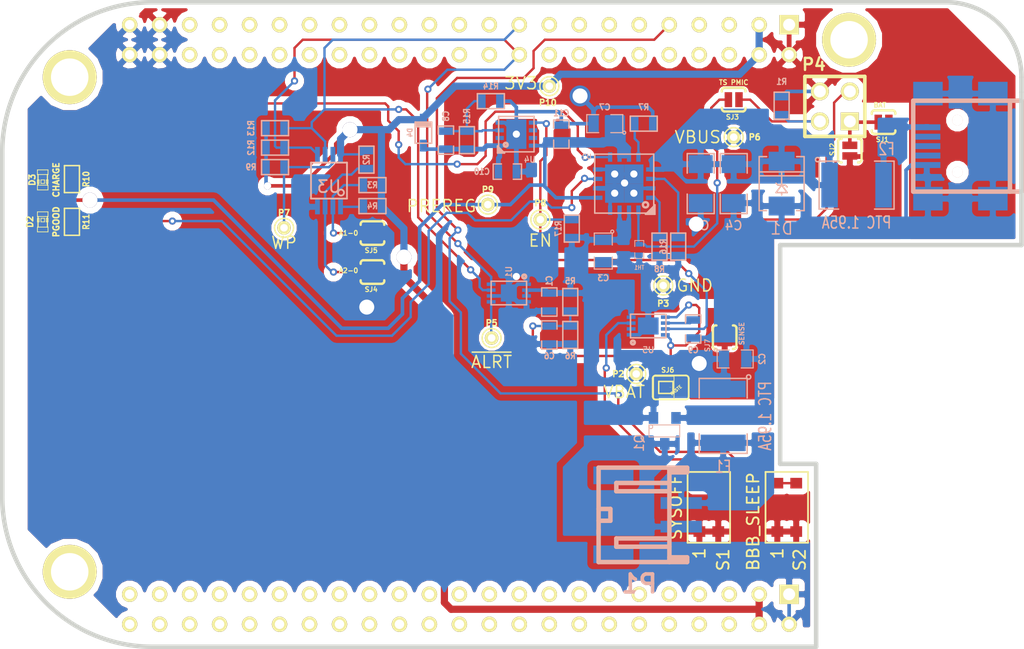
<source format=kicad_pcb>
(kicad_pcb (version 3) (host pcbnew "(2013-05-31 BZR 4019)-stable")
  (layers (15 F.Cu signal) (0 B.Cu signal) (18 B.Paste user) (19 F.Paste user) (20 B.SilkS user) (21 F.SilkS user) (22 B.Mask user) (23 F.Mask user) (28 Edge.Cuts user))
  (net 0 "")
  (net 1 +3.3V)
  (net 2 +BATT)
  (net 3 /A0)
  (net 4 /A1)
  (net 5 /A2)
  (net 6 /B+)
  (net 7 /B-)
  (net 8 /BAT)
  (net 9 /BBB_TS)
  (net 10 /EN)
  (net 11 /FB)
  (net 12 /ILIM)
  (net 13 /ISET)
  (net 14 /LOWBAT)
  (net 15 /OFFT)
  (net 16 /OUT)
  (net 17 /PWR_BUT)
  (net 18 /REGOUT)
  (net 19 /SCL)
  (net 20 /SDA)
  (net 21 /SENSE)
  (net 22 /TMR)
  (net 23 /TS)
  (net 24 /VBUS)
  (net 25 /VIN)
  (net 26 /WP)
  (net 27 /~ALRT)
  (net 28 /~CHG)
  (net 29 /~KILL)
  (net 30 /~PB)
  (net 31 /~PGOOD)
  (net 32 GND)
  (net 33 N-0000018)
  (net 34 N-000004)
  (module BEAGLEBONE_BLACK_BATTMOD (layer F.Cu) (at 226.314 136.906)
    (fp_text reference U6 hide)
    (fp_text value BEAGLEBONE_BLACK hide)
    (fp_line (start 25.781 27.305) (end -30.48 27.305) (layer Edge.Cuts) (width 0.381))
    (fp_line (start 22.733 11.811) (end 25.781 11.811) (layer Edge.Cuts) (width 0.381))
    (fp_line (start 25.781 27.305) (end 25.781 11.811) (layer Edge.Cuts) (width 0.381))
    (fp_line (start 43.18 -6.731) (end 43.18 -19.685) (layer Edge.Cuts) (width 0.381))
    (fp_line (start 43.18 -6.731) (end 22.733 -6.731) (layer Edge.Cuts) (width 0.381))
    (fp_line (start 22.733 -6.731) (end 22.733 11.811) (layer Edge.Cuts) (width 0.381))
    (fp_line (start 43.18 -20.955) (end 43.18 -19.685) (layer Edge.Cuts) (width 0.381))
    (fp_line (start -30.48 -27.305) (end 36.83 -27.305) (layer Edge.Cuts) (width 0.381))
    (fp_line (start -43.18 -14.605) (end -43.18 14.605) (layer Edge.Cuts) (width 0.381))
    (fp_arc (start -30.48 -14.605) (end -43.18 -14.605) (angle 90) (layer Edge.Cuts) (width 0.381))
    (fp_arc (start -30.48 14.605) (end -30.48 27.305) (angle 90) (layer Edge.Cuts) (width 0.381))
    (fp_arc (start 36.83 -20.955) (end 36.83 -27.305) (angle 90) (layer Edge.Cuts) (width 0.381))
    (pad "" np_thru_hole circle (at -37.465 -20.955) (size 4.572 4.572) (drill 3.175) (layers *.Cu *.Mask F.SilkS))
    (pad "" np_thru_hole circle (at 28.575 -24.13) (size 4.572 4.572) (drill 3.175) (layers *.Cu *.Mask F.SilkS))
    (pad "" np_thru_hole circle (at -37.465 20.955) (size 4.572 4.572) (drill 3.175) (layers *.Cu *.Mask F.SilkS))
    (pad B1 thru_hole rect (at 23.495 -25.4) (size 1.651 1.651) (drill 1.016) (layers *.Cu *.Mask F.SilkS) (net 32 GND))
    (pad B2 thru_hole circle (at 23.495 -22.86) (size 1.30048 1.30048) (drill 0.8001) (layers *.Cu *.Mask F.SilkS) (net 32 GND))
    (pad B3 thru_hole circle (at 20.955 -25.4) (size 1.30048 1.30048) (drill 0.8001) (layers *.Cu *.Mask F.SilkS) (net 1 +3.3V))
    (pad B4 thru_hole circle (at 20.955 -22.86) (size 1.30048 1.30048) (drill 0.8001) (layers *.Cu *.Mask F.SilkS) (net 1 +3.3V))
    (pad B5 thru_hole circle (at 18.415 -25.4) (size 1.30048 1.30048) (drill 0.8001) (layers *.Cu *.Mask F.SilkS))
    (pad B6 thru_hole circle (at 18.415 -22.86) (size 1.30048 1.30048) (drill 0.8001) (layers *.Cu *.Mask F.SilkS))
    (pad B7 thru_hole circle (at 15.875 -25.4) (size 1.30048 1.30048) (drill 0.8001) (layers *.Cu *.Mask F.SilkS))
    (pad B8 thru_hole circle (at 15.875 -22.86) (size 1.30048 1.30048) (drill 0.8001) (layers *.Cu *.Mask F.SilkS))
    (pad B9 thru_hole circle (at 13.335 -25.4) (size 1.30048 1.30048) (drill 0.8001) (layers *.Cu *.Mask F.SilkS) (net 17 /PWR_BUT))
    (pad B10 thru_hole circle (at 13.335 -22.86) (size 1.30048 1.30048) (drill 0.8001) (layers *.Cu *.Mask F.SilkS))
    (pad B11 thru_hole circle (at 10.795 -25.4) (size 1.30048 1.30048) (drill 0.8001) (layers *.Cu *.Mask F.SilkS))
    (pad B12 thru_hole circle (at 10.795 -22.86) (size 1.30048 1.30048) (drill 0.8001) (layers *.Cu *.Mask F.SilkS))
    (pad B13 thru_hole circle (at 8.255 -25.4) (size 1.30048 1.30048) (drill 0.8001) (layers *.Cu *.Mask F.SilkS))
    (pad B14 thru_hole circle (at 8.255 -22.86) (size 1.30048 1.30048) (drill 0.8001) (layers *.Cu *.Mask F.SilkS))
    (pad B15 thru_hole circle (at 5.715 -25.4) (size 1.30048 1.30048) (drill 0.8001) (layers *.Cu *.Mask F.SilkS))
    (pad B16 thru_hole circle (at 5.715 -22.86) (size 1.30048 1.30048) (drill 0.8001) (layers *.Cu *.Mask F.SilkS))
    (pad B17 thru_hole circle (at 3.175 -25.4) (size 1.30048 1.30048) (drill 0.8001) (layers *.Cu *.Mask F.SilkS))
    (pad B18 thru_hole circle (at 3.175 -22.86) (size 1.30048 1.30048) (drill 0.8001) (layers *.Cu *.Mask F.SilkS))
    (pad B19 thru_hole circle (at 0.635 -25.4) (size 1.30048 1.30048) (drill 0.8001) (layers *.Cu *.Mask F.SilkS) (net 19 /SCL))
    (pad B20 thru_hole circle (at 0.635 -22.86) (size 1.30048 1.30048) (drill 0.8001) (layers *.Cu *.Mask F.SilkS) (net 20 /SDA))
    (pad B21 thru_hole circle (at -1.905 -25.4) (size 1.30048 1.30048) (drill 0.8001) (layers *.Cu *.Mask F.SilkS))
    (pad B22 thru_hole circle (at -1.905 -22.86) (size 1.30048 1.30048) (drill 0.8001) (layers *.Cu *.Mask F.SilkS))
    (pad B23 thru_hole circle (at -4.445 -25.4) (size 1.30048 1.30048) (drill 0.8001) (layers *.Cu *.Mask F.SilkS))
    (pad B24 thru_hole circle (at -4.445 -22.86) (size 1.30048 1.30048) (drill 0.8001) (layers *.Cu *.Mask F.SilkS))
    (pad B25 thru_hole circle (at -6.985 -25.4) (size 1.30048 1.30048) (drill 0.8001) (layers *.Cu *.Mask F.SilkS))
    (pad B26 thru_hole circle (at -6.985 -22.86) (size 1.30048 1.30048) (drill 0.8001) (layers *.Cu *.Mask F.SilkS))
    (pad B27 thru_hole circle (at -9.525 -25.4) (size 1.30048 1.30048) (drill 0.8001) (layers *.Cu *.Mask F.SilkS))
    (pad B28 thru_hole circle (at -9.525 -22.86) (size 1.30048 1.30048) (drill 0.8001) (layers *.Cu *.Mask F.SilkS))
    (pad B29 thru_hole circle (at -12.065 -25.4) (size 1.30048 1.30048) (drill 0.8001) (layers *.Cu *.Mask F.SilkS))
    (pad B30 thru_hole circle (at -12.065 -22.86) (size 1.30048 1.30048) (drill 0.8001) (layers *.Cu *.Mask F.SilkS))
    (pad B31 thru_hole circle (at -14.605 -25.4) (size 1.30048 1.30048) (drill 0.8001) (layers *.Cu *.Mask F.SilkS))
    (pad B32 thru_hole circle (at -14.605 -22.86) (size 1.30048 1.30048) (drill 0.8001) (layers *.Cu *.Mask F.SilkS))
    (pad B33 thru_hole circle (at -17.145 -25.4) (size 1.30048 1.30048) (drill 0.8001) (layers *.Cu *.Mask F.SilkS))
    (pad B34 thru_hole circle (at -17.145 -22.86) (size 1.30048 1.30048) (drill 0.8001) (layers *.Cu *.Mask F.SilkS))
    (pad B35 thru_hole circle (at -19.685 -25.4) (size 1.30048 1.30048) (drill 0.8001) (layers *.Cu *.Mask F.SilkS))
    (pad B36 thru_hole circle (at -19.685 -22.86) (size 1.30048 1.30048) (drill 0.8001) (layers *.Cu *.Mask F.SilkS))
    (pad B37 thru_hole circle (at -22.225 -25.4) (size 1.30048 1.30048) (drill 0.8001) (layers *.Cu *.Mask F.SilkS))
    (pad B38 thru_hole circle (at -22.225 -22.86) (size 1.30048 1.30048) (drill 0.8001) (layers *.Cu *.Mask F.SilkS))
    (pad B39 thru_hole circle (at -24.765 -25.4) (size 1.30048 1.30048) (drill 0.8001) (layers *.Cu *.Mask F.SilkS))
    (pad B40 thru_hole circle (at -24.765 -22.86) (size 1.30048 1.30048) (drill 0.8001) (layers *.Cu *.Mask F.SilkS))
    (pad B41 thru_hole circle (at -27.305 -25.4) (size 1.30048 1.30048) (drill 0.8001) (layers *.Cu *.Mask F.SilkS))
    (pad B42 thru_hole circle (at -27.305 -22.86) (size 1.30048 1.30048) (drill 0.8001) (layers *.Cu *.Mask F.SilkS))
    (pad B43 thru_hole circle (at -29.845 -25.4) (size 1.30048 1.30048) (drill 0.8001) (layers *.Cu *.Mask F.SilkS) (net 32 GND))
    (pad B44 thru_hole circle (at -29.845 -22.86) (size 1.30048 1.30048) (drill 0.8001) (layers *.Cu *.Mask F.SilkS) (net 32 GND))
    (pad B45 thru_hole circle (at -32.385 -25.4) (size 1.30048 1.30048) (drill 0.8001) (layers *.Cu *.Mask F.SilkS) (net 32 GND))
    (pad B46 thru_hole circle (at -32.385 -22.86) (size 1.30048 1.30048) (drill 0.8001) (layers *.Cu *.Mask F.SilkS) (net 32 GND))
    (pad A1 thru_hole rect (at 23.495 22.86) (size 1.651 1.651) (drill 1.016) (layers *.Cu *.Mask F.SilkS) (net 32 GND))
    (pad A2 thru_hole circle (at 23.495 25.4) (size 1.30048 1.30048) (drill 0.8001) (layers *.Cu *.Mask F.SilkS) (net 32 GND))
    (pad A3 thru_hole circle (at 20.955 22.86) (size 1.30048 1.30048) (drill 0.8001) (layers *.Cu *.Mask F.SilkS) (net 1 +3.3V))
    (pad A4 thru_hole circle (at 20.955 25.4) (size 1.30048 1.30048) (drill 0.8001) (layers *.Cu *.Mask F.SilkS) (net 1 +3.3V))
    (pad A5 thru_hole circle (at 18.415 22.86) (size 1.30048 1.30048) (drill 0.8001) (layers *.Cu *.Mask F.SilkS))
    (pad A6 thru_hole circle (at 18.415 25.4) (size 1.30048 1.30048) (drill 0.8001) (layers *.Cu *.Mask F.SilkS))
    (pad A7 thru_hole circle (at 15.875 22.86) (size 1.30048 1.30048) (drill 0.8001) (layers *.Cu *.Mask F.SilkS))
    (pad A8 thru_hole circle (at 15.875 25.4) (size 1.30048 1.30048) (drill 0.8001) (layers *.Cu *.Mask F.SilkS))
    (pad A9 thru_hole circle (at 13.335 22.86) (size 1.30048 1.30048) (drill 0.8001) (layers *.Cu *.Mask F.SilkS))
    (pad A10 thru_hole circle (at 13.335 25.4) (size 1.30048 1.30048) (drill 0.8001) (layers *.Cu *.Mask F.SilkS))
    (pad A11 thru_hole circle (at 10.795 22.86) (size 1.30048 1.30048) (drill 0.8001) (layers *.Cu *.Mask F.SilkS))
    (pad A12 thru_hole circle (at 10.795 25.4) (size 1.30048 1.30048) (drill 0.8001) (layers *.Cu *.Mask F.SilkS))
    (pad A13 thru_hole circle (at 8.255 22.86) (size 1.30048 1.30048) (drill 0.8001) (layers *.Cu *.Mask F.SilkS))
    (pad A14 thru_hole circle (at 8.255 25.4) (size 1.30048 1.30048) (drill 0.8001) (layers *.Cu *.Mask F.SilkS))
    (pad A15 thru_hole circle (at 5.715 22.86) (size 1.30048 1.30048) (drill 0.8001) (layers *.Cu *.Mask F.SilkS))
    (pad A16 thru_hole circle (at 5.715 25.4) (size 1.30048 1.30048) (drill 0.8001) (layers *.Cu *.Mask F.SilkS))
    (pad A17 thru_hole circle (at 3.175 22.86) (size 1.30048 1.30048) (drill 0.8001) (layers *.Cu *.Mask F.SilkS))
    (pad A18 thru_hole circle (at 3.175 25.4) (size 1.30048 1.30048) (drill 0.8001) (layers *.Cu *.Mask F.SilkS))
    (pad A19 thru_hole circle (at 0.635 22.86) (size 1.30048 1.30048) (drill 0.8001) (layers *.Cu *.Mask F.SilkS))
    (pad A20 thru_hole circle (at 0.635 25.4) (size 1.30048 1.30048) (drill 0.8001) (layers *.Cu *.Mask F.SilkS))
    (pad A21 thru_hole circle (at -1.905 22.86) (size 1.30048 1.30048) (drill 0.8001) (layers *.Cu *.Mask F.SilkS))
    (pad A22 thru_hole circle (at -1.905 25.4) (size 1.30048 1.30048) (drill 0.8001) (layers *.Cu *.Mask F.SilkS))
    (pad A23 thru_hole circle (at -4.445 22.86) (size 1.30048 1.30048) (drill 0.8001) (layers *.Cu *.Mask F.SilkS))
    (pad A24 thru_hole circle (at -4.445 25.4) (size 1.30048 1.30048) (drill 0.8001) (layers *.Cu *.Mask F.SilkS))
    (pad A25 thru_hole circle (at -6.985 22.86) (size 1.30048 1.30048) (drill 0.8001) (layers *.Cu *.Mask F.SilkS))
    (pad A26 thru_hole circle (at -6.985 25.4) (size 1.30048 1.30048) (drill 0.8001) (layers *.Cu *.Mask F.SilkS))
    (pad A27 thru_hole circle (at -9.525 22.86) (size 1.30048 1.30048) (drill 0.8001) (layers *.Cu *.Mask F.SilkS))
    (pad A28 thru_hole circle (at -9.525 25.4) (size 1.30048 1.30048) (drill 0.8001) (layers *.Cu *.Mask F.SilkS))
    (pad A29 thru_hole circle (at -12.065 22.86) (size 1.30048 1.30048) (drill 0.8001) (layers *.Cu *.Mask F.SilkS))
    (pad A30 thru_hole circle (at -12.065 25.4) (size 1.30048 1.30048) (drill 0.8001) (layers *.Cu *.Mask F.SilkS))
    (pad A31 thru_hole circle (at -14.605 22.86) (size 1.30048 1.30048) (drill 0.8001) (layers *.Cu *.Mask F.SilkS))
    (pad A32 thru_hole circle (at -14.605 25.4) (size 1.30048 1.30048) (drill 0.8001) (layers *.Cu *.Mask F.SilkS))
    (pad A33 thru_hole circle (at -17.145 22.86) (size 1.30048 1.30048) (drill 0.8001) (layers *.Cu *.Mask F.SilkS))
    (pad A34 thru_hole circle (at -17.145 25.4) (size 1.30048 1.30048) (drill 0.8001) (layers *.Cu *.Mask F.SilkS))
    (pad A35 thru_hole circle (at -19.685 22.86) (size 1.30048 1.30048) (drill 0.8001) (layers *.Cu *.Mask F.SilkS))
    (pad A36 thru_hole circle (at -19.685 25.4) (size 1.30048 1.30048) (drill 0.8001) (layers *.Cu *.Mask F.SilkS))
    (pad A37 thru_hole circle (at -22.225 22.86) (size 1.30048 1.30048) (drill 0.8001) (layers *.Cu *.Mask F.SilkS))
    (pad A38 thru_hole circle (at -22.225 25.4) (size 1.30048 1.30048) (drill 0.8001) (layers *.Cu *.Mask F.SilkS))
    (pad A39 thru_hole circle (at -24.765 22.86) (size 1.30048 1.30048) (drill 0.8001) (layers *.Cu *.Mask F.SilkS))
    (pad A40 thru_hole circle (at -24.765 25.4) (size 1.30048 1.30048) (drill 0.8001) (layers *.Cu *.Mask F.SilkS))
    (pad A41 thru_hole circle (at -27.305 22.86) (size 1.30048 1.30048) (drill 0.8001) (layers *.Cu *.Mask F.SilkS))
    (pad A42 thru_hole circle (at -27.305 25.4) (size 1.30048 1.30048) (drill 0.8001) (layers *.Cu *.Mask F.SilkS))
    (pad A43 thru_hole circle (at -29.845 22.86) (size 1.30048 1.30048) (drill 0.8001) (layers *.Cu *.Mask F.SilkS))
    (pad A44 thru_hole circle (at -29.845 25.4) (size 1.30048 1.30048) (drill 0.8001) (layers *.Cu *.Mask F.SilkS))
    (pad A45 thru_hole circle (at -32.385 22.86) (size 1.30048 1.30048) (drill 0.8001) (layers *.Cu *.Mask F.SilkS))
    (pad A46 thru_hole circle (at -32.385 25.4) (size 1.30048 1.30048) (drill 0.8001) (layers *.Cu *.Mask F.SilkS))
  )
  (module tdfn8 (layer B.Cu) (at 226.06 134.239 270)
    (fp_text reference U1 (at -1.778 0 270) (layer B.SilkS) (effects (font (size 0.50038 0.50038) (thickness 0.09906)) (justify mirror)))
    (fp_text value MAX17048 hide)
    (pad 1 smd rect (at -0.7493 -1.4986 270) (size 0.29718 0.7493) (layers B.Cu B.Paste B.Mask) (net 32 GND) (clearance 0.0254))
    (pad 2 smd rect (at -0.24638 -1.4986 270) (size 0.29718 0.7493) (layers B.Cu B.Paste B.Mask) (net 2 +BATT) (clearance 0.0254))
    (pad 3 smd rect (at 0.24638 -1.4986 270) (size 0.29718 0.7493) (layers B.Cu B.Paste B.Mask) (net 2 +BATT) (clearance 0.0254))
    (pad 4 smd rect (at 0.7493 -1.4986 270) (size 0.29718 0.7493) (layers B.Cu B.Paste B.Mask) (net 32 GND) (clearance 0.0254))
    (pad 5 smd rect (at 0.7493 1.4986 270) (size 0.29718 0.7493) (layers B.Cu B.Paste B.Mask) (net 27 /~ALRT) (clearance 0.1524))
    (pad 6 smd rect (at 0.24638 1.4986 270) (size 0.29718 0.7493) (layers B.Cu B.Paste B.Mask) (net 32 GND) (clearance 0.1524))
    (pad 7 smd rect (at -0.24638 1.4986 270) (size 0.29718 0.7493) (layers B.Cu B.Paste B.Mask) (net 19 /SCL) (clearance 0.1524))
    (pad 8 smd rect (at -0.7493 1.4986 270) (size 0.29718 0.7493) (layers B.Cu B.Paste B.Mask) (net 20 /SDA) (clearance 0.1524))
    (pad 9 smd rect (at 0 0 270) (size 1.45796 1.3589) (layers B.Cu B.Paste B.Mask) (net 32 GND))
  )
  (module SparkFun-Passives-SJ_2S-NO (layer F.Cu) (at 214.503 132.461 180)
    (fp_text reference SJ4 (at 0.10668 -1.4732 180) (layer F.SilkS) (effects (font (size 0.4064 0.4064) (thickness 0.0889))))
    (fp_text value A2-0 (at 2.032 0.127 180) (layer F.SilkS) (effects (font (size 0.4064 0.4064) (thickness 0.0889))))
    (pad 1 smd rect (at -0.44958 0 180) (size 0.635 1.27) (layers F.Cu F.Paste F.Mask) (net 32 GND))
    (pad 2 smd rect (at 0.44958 0 180) (size 0.635 1.27) (layers F.Cu F.Paste F.Mask) (net 5 /A2))
  )
  (module SparkFun-Passives-SJ_2S-NO (layer F.Cu) (at 257.81 119.761 180)
    (fp_text reference SJ1 (at 0.10668 -1.4732 180) (layer F.SilkS) (effects (font (size 0.4064 0.4064) (thickness 0.0889))))
    (fp_text value BAT (at 0.30988 1.4478 180) (layer F.SilkS) (effects (font (size 0.4064 0.4064) (thickness 0.0889))))
    (pad 1 smd rect (at -0.44958 0 180) (size 0.635 1.27) (layers F.Cu F.Paste F.Mask) (net 2 +BATT))
    (pad 2 smd rect (at 0.44958 0 180) (size 0.635 1.27) (layers F.Cu F.Paste F.Mask) (net 8 /BAT))
  )
  (module SparkFun-Passives-SJ_2S-NO (layer F.Cu) (at 254.9525 122.174 90)
    (fp_text reference SJ2 (at 0.10668 -1.4732 90) (layer F.SilkS) (effects (font (size 0.4064 0.4064) (thickness 0.0889))))
    (fp_text value BAT hide)
    (pad 1 smd rect (at -0.44958 0 90) (size 0.635 1.27) (layers F.Cu F.Paste F.Mask) (net 2 +BATT))
    (pad 2 smd rect (at 0.44958 0 90) (size 0.635 1.27) (layers F.Cu F.Paste F.Mask) (net 8 /BAT))
  )
  (module SparkFun-Passives-SJ_2S-NO (layer F.Cu) (at 245.11 117.856 180)
    (fp_text reference SJ3 (at 0.10668 -1.4732 180) (layer F.SilkS) (effects (font (size 0.4064 0.4064) (thickness 0.0889))))
    (fp_text value "TS PMIC" (at 0 1.4605 180) (layer F.SilkS) (effects (font (size 0.4064 0.4064) (thickness 0.0889))))
    (pad 1 smd rect (at -0.44958 0 180) (size 0.635 1.27) (layers F.Cu F.Paste F.Mask) (net 9 /BBB_TS))
    (pad 2 smd rect (at 0.44958 0 180) (size 0.635 1.27) (layers F.Cu F.Paste F.Mask) (net 23 /TS))
  )
  (module SOT23 (layer B.Cu) (at 239.268 145.923)
    (fp_text reference Q1 (at -2.159 1.016 270) (layer B.SilkS) (effects (font (size 0.762 0.762) (thickness 0.11938)) (justify mirror)))
    (fp_text value SI2312 hide)
    (pad 3 smd rect (at 0 1.09982) (size 0.8001 1.00076) (layers B.Cu B.Paste B.Mask) (net 7 /B-))
    (pad 2 smd rect (at 0.9525 -1.09982) (size 0.8001 1.00076) (layers B.Cu B.Paste B.Mask) (net 32 GND))
    (pad 1 smd rect (at -0.9525 -1.09982) (size 0.8001 1.00076) (layers B.Cu B.Paste B.Mask) (net 2 +BATT))
  )
  (module SM0603 (layer B.Cu) (at 206.248 123.571)
    (fp_text reference R9 (at -2.032 0) (layer B.SilkS) (effects (font (size 0.508 0.4572) (thickness 0.1143)) (justify mirror)))
    (fp_text value 10k hide)
    (pad 1 smd rect (at -0.762 0) (size 0.635 1.143) (layers B.Cu B.Paste B.Mask) (net 1 +3.3V))
    (pad 2 smd rect (at 0.762 0) (size 0.635 1.143) (layers B.Cu B.Paste B.Mask) (net 26 /WP))
  )
  (module SM0603 (layer F.Cu) (at 189.0395 124.587 90)
    (fp_text reference R10 (at 0 1.2065 90) (layer F.SilkS) (effects (font (size 0.508 0.4572) (thickness 0.1143))))
    (fp_text value 1.5k hide)
    (pad 1 smd rect (at -0.762 0 90) (size 0.635 1.143) (layers F.Cu F.Paste F.Mask) (net 16 /OUT))
    (pad 2 smd rect (at 0.762 0 90) (size 0.635 1.143) (layers F.Cu F.Paste F.Mask) (net 34 N-000004))
  )
  (module SM0603 (layer F.Cu) (at 189.0395 128.2065 270)
    (fp_text reference R11 (at 0 -1.2065 270) (layer F.SilkS) (effects (font (size 0.508 0.4572) (thickness 0.1143))))
    (fp_text value 1.5k hide)
    (pad 1 smd rect (at -0.762 0 270) (size 0.635 1.143) (layers F.Cu F.Paste F.Mask) (net 16 /OUT))
    (pad 2 smd rect (at 0.762 0 270) (size 0.635 1.143) (layers F.Cu F.Paste F.Mask) (net 33 N-0000018))
  )
  (module SM0603 (layer B.Cu) (at 206.248 120.269)
    (fp_text reference R13 (at -2.032 0 270) (layer B.SilkS) (effects (font (size 0.508 0.4572) (thickness 0.1143)) (justify mirror)))
    (fp_text value 5.6k hide)
    (pad 1 smd rect (at -0.762 0) (size 0.635 1.143) (layers B.Cu B.Paste B.Mask) (net 1 +3.3V))
    (pad 2 smd rect (at 0.762 0) (size 0.635 1.143) (layers B.Cu B.Paste B.Mask) (net 19 /SCL))
  )
  (module SM0603 (layer B.Cu) (at 231.394 128.778 90)
    (fp_text reference R17 (at 0 -1.143 90) (layer B.SilkS) (effects (font (size 0.508 0.4572) (thickness 0.1143)) (justify mirror)))
    (fp_text value 806k hide)
    (pad 1 smd rect (at -0.762 0 90) (size 0.635 1.143) (layers B.Cu B.Paste B.Mask) (net 2 +BATT))
    (pad 2 smd rect (at 0.762 0 90) (size 0.635 1.143) (layers B.Cu B.Paste B.Mask) (net 10 /EN))
  )
  (module SM0603 (layer B.Cu) (at 206.248 121.92)
    (fp_text reference R12 (at -2.032 0 270) (layer B.SilkS) (effects (font (size 0.508 0.4572) (thickness 0.1143)) (justify mirror)))
    (fp_text value 5.6k hide)
    (pad 1 smd rect (at -0.762 0) (size 0.635 1.143) (layers B.Cu B.Paste B.Mask) (net 1 +3.3V))
    (pad 2 smd rect (at 0.762 0) (size 0.635 1.143) (layers B.Cu B.Paste B.Mask) (net 20 /SDA))
  )
  (module SM0603 (layer B.Cu) (at 231.267 137.795 270)
    (fp_text reference R6 (at 1.778 0 540) (layer B.SilkS) (effects (font (size 0.508 0.4572) (thickness 0.1143)) (justify mirror)))
    (fp_text value 191k hide)
    (pad 1 smd rect (at -0.762 0 270) (size 0.635 1.143) (layers B.Cu B.Paste B.Mask) (net 14 /LOWBAT))
    (pad 2 smd rect (at 0.762 0 270) (size 0.635 1.143) (layers B.Cu B.Paste B.Mask) (net 32 GND))
  )
  (module SM0603 (layer B.Cu) (at 231.267 135.001 270)
    (fp_text reference R5 (at -1.778 0 540) (layer B.SilkS) (effects (font (size 0.508 0.4572) (thickness 0.1143)) (justify mirror)))
    (fp_text value 806k hide)
    (pad 1 smd rect (at -0.762 0 270) (size 0.635 1.143) (layers B.Cu B.Paste B.Mask) (net 2 +BATT))
    (pad 2 smd rect (at 0.762 0 270) (size 0.635 1.143) (layers B.Cu B.Paste B.Mask) (net 14 /LOWBAT))
  )
  (module SM0603 (layer B.Cu) (at 214.503 126.873 180)
    (fp_text reference R4 (at 0 0 180) (layer B.SilkS) (effects (font (size 0.508 0.4572) (thickness 0.1143)) (justify mirror)))
    (fp_text value 4.7k hide)
    (pad 1 smd rect (at -0.762 0 180) (size 0.635 1.143) (layers B.Cu B.Paste B.Mask) (net 1 +3.3V))
    (pad 2 smd rect (at 0.762 0 180) (size 0.635 1.143) (layers B.Cu B.Paste B.Mask) (net 3 /A0))
  )
  (module SM0603 (layer B.Cu) (at 214.503 125.095 180)
    (fp_text reference R3 (at 0 0 180) (layer B.SilkS) (effects (font (size 0.508 0.4572) (thickness 0.1143)) (justify mirror)))
    (fp_text value 4.7k hide)
    (pad 1 smd rect (at -0.762 0 180) (size 0.635 1.143) (layers B.Cu B.Paste B.Mask) (net 1 +3.3V))
    (pad 2 smd rect (at 0.762 0 180) (size 0.635 1.143) (layers B.Cu B.Paste B.Mask) (net 4 /A1))
  )
  (module SM0603 (layer B.Cu) (at 249.174 118.364 90)
    (fp_text reference R1 (at 2.032 0 360) (layer B.SilkS) (effects (font (size 0.508 0.4572) (thickness 0.1143)) (justify mirror)))
    (fp_text value 75k hide)
    (pad 1 smd rect (at -0.762 0 90) (size 0.635 1.143) (layers B.Cu B.Paste B.Mask) (net 9 /BBB_TS))
    (pad 2 smd rect (at 0.762 0 90) (size 0.635 1.143) (layers B.Cu B.Paste B.Mask) (net 32 GND))
  )
  (module SM0603 (layer B.Cu) (at 224.536 117.983 180)
    (fp_text reference R14 (at 0 1.27 180) (layer B.SilkS) (effects (font (size 0.508 0.4572) (thickness 0.1143)) (justify mirror)))
    (fp_text value 30.1k hide)
    (pad 1 smd rect (at -0.762 0 180) (size 0.635 1.143) (layers B.Cu B.Paste B.Mask) (net 32 GND))
    (pad 2 smd rect (at 0.762 0 180) (size 0.635 1.143) (layers B.Cu B.Paste B.Mask) (net 11 /FB))
  )
  (module SM0603 (layer B.Cu) (at 222.504 121.285 90)
    (fp_text reference R15 (at 2.032 0 90) (layer B.SilkS) (effects (font (size 0.508 0.4572) (thickness 0.1143)) (justify mirror)))
    (fp_text value 52.3k hide)
    (pad 1 smd rect (at -0.762 0 90) (size 0.635 1.143) (layers B.Cu B.Paste B.Mask) (net 18 /REGOUT))
    (pad 2 smd rect (at 0.762 0 90) (size 0.635 1.143) (layers B.Cu B.Paste B.Mask) (net 11 /FB))
  )
  (module SM0603 (layer B.Cu) (at 213.995 122.936 270)
    (fp_text reference R2 (at 0 0 270) (layer B.SilkS) (effects (font (size 0.508 0.4572) (thickness 0.1143)) (justify mirror)))
    (fp_text value 4.7k hide)
    (pad 1 smd rect (at -0.762 0 270) (size 0.635 1.143) (layers B.Cu B.Paste B.Mask) (net 1 +3.3V))
    (pad 2 smd rect (at 0.762 0 270) (size 0.635 1.143) (layers B.Cu B.Paste B.Mask) (net 5 /A2))
  )
  (module s2b-ph-sm4-tb (layer B.Cu) (at 240.665 153.035 90)
    (fp_text reference P1 (at -5.842 -3.556 360) (layer B.SilkS) (effects (font (size 1.524 1.524) (thickness 0.3048)) (justify mirror)))
    (fp_text value JST hide)
    (pad 1 smd rect (at -1.00076 0 90) (size 0.99568 3.49758) (layers B.Cu B.Paste B.Mask) (net 7 /B-))
    (pad 2 smd rect (at 1.00076 0 90) (size 0.99822 3.49758) (layers B.Cu B.Paste B.Mask) (net 6 /B+))
    (pad "" smd rect (at -3.34518 -5.74802 90) (size 1.4986 3.39852) (layers B.Cu B.Paste B.Mask))
    (pad "" smd rect (at 3.34772 -5.74802 90) (size 1.4986 3.39598) (layers B.Cu B.Paste B.Mask))
  )
  (module PINTST (layer F.Cu) (at 207.01 128.7145)
    (fp_text reference P7 (at 0 -1.26746) (layer F.SilkS) (effects (font (size 0.508 0.508) (thickness 0.127))))
    (fp_text value WP (at 0 1.27) (layer F.SilkS) (effects (font (size 1.016 1.016) (thickness 0.127))))
    (pad 1 thru_hole circle (at 0 0) (size 1.143 1.143) (drill 0.635) (layers *.Cu *.Mask F.SilkS) (net 26 /WP))
  )
  (module PINTST (layer F.Cu) (at 245.11 121.031)
    (fp_text reference P6 (at 1.778 0) (layer F.SilkS) (effects (font (size 0.508 0.508) (thickness 0.127))))
    (fp_text value VBUS (at -3.048 0) (layer F.SilkS) (effects (font (size 1.016 1.016) (thickness 0.127))))
    (pad 1 thru_hole circle (at 0 0) (size 1.143 1.143) (drill 0.635) (layers *.Cu *.Mask F.SilkS) (net 24 /VBUS))
  )
  (module PINTST (layer F.Cu) (at 229.489 116.713)
    (fp_text reference P10 (at -0.127 1.397) (layer F.SilkS) (effects (font (size 0.508 0.508) (thickness 0.127))))
    (fp_text value 3V3 (at -2.413 -0.254) (layer F.SilkS) (effects (font (size 1.016 1.016) (thickness 0.127))))
    (pad 1 thru_hole circle (at 0 0) (size 1.143 1.143) (drill 0.635) (layers *.Cu *.Mask F.SilkS) (net 1 +3.3V))
  )
  (module PINTST (layer F.Cu) (at 228.727 128.016)
    (fp_text reference P8 (at 0 -1.397) (layer F.SilkS) (effects (font (size 0.508 0.508) (thickness 0.127))))
    (fp_text value EN (at 0 1.778) (layer F.SilkS) (effects (font (size 1.016 1.016) (thickness 0.127))))
    (pad 1 thru_hole circle (at 0 0) (size 1.143 1.143) (drill 0.635) (layers *.Cu *.Mask F.SilkS) (net 10 /EN))
  )
  (module PINTST (layer F.Cu) (at 224.282 126.746)
    (fp_text reference P9 (at 0 -1.26746) (layer F.SilkS) (effects (font (size 0.508 0.508) (thickness 0.127))))
    (fp_text value PREREG (at -3.937 0.127) (layer F.SilkS) (effects (font (size 1.016 1.016) (thickness 0.127))))
    (pad 1 thru_hole circle (at 0 0) (size 1.143 1.143) (drill 0.635) (layers *.Cu *.Mask F.SilkS) (net 16 /OUT))
  )
  (module PINTST (layer F.Cu) (at 224.5995 138.049)
    (fp_text reference P5 (at 0 -1.26746) (layer F.SilkS) (effects (font (size 0.508 0.508) (thickness 0.127))))
    (fp_text value ~ALRT (at 0 2.032) (layer F.SilkS) (effects (font (size 1.016 1.016) (thickness 0.127))))
    (pad 1 thru_hole circle (at 0 0) (size 1.143 1.143) (drill 0.635) (layers *.Cu *.Mask F.SilkS) (net 27 /~ALRT))
  )
  (module PINTST (layer F.Cu) (at 239.141 133.604)
    (fp_text reference P3 (at 0 1.524) (layer F.SilkS) (effects (font (size 0.508 0.508) (thickness 0.127))))
    (fp_text value GND (at 2.667 0) (layer F.SilkS) (effects (font (size 1.016 1.016) (thickness 0.127))))
    (pad 1 thru_hole circle (at 0 0) (size 1.143 1.143) (drill 0.635) (layers *.Cu *.Mask F.SilkS) (net 32 GND))
  )
  (module PINTST (layer F.Cu) (at 236.855 141.097)
    (fp_text reference P2 (at -1.524 0) (layer F.SilkS) (effects (font (size 0.508 0.508) (thickness 0.127))))
    (fp_text value VBAT (at -1.016 1.524) (layer F.SilkS) (effects (font (size 1.016 1.016) (thickness 0.127))))
    (pad 1 thru_hole circle (at 0 0) (size 1.143 1.143) (drill 0.635) (layers *.Cu *.Mask F.SilkS) (net 2 +BATT))
  )
  (module PIN_ARRAY_2X2 (layer F.Cu) (at 253.6825 118.4275 90)
    (fp_text reference P4 (at 3.556 -1.778 180) (layer F.SilkS) (effects (font (size 1.016 1.016) (thickness 0.2032))))
    (fp_text value BBB_PMIC hide)
    (pad 1 thru_hole rect (at -1.27 1.27 90) (size 1.524 1.524) (drill 1.016) (layers *.Cu *.Mask F.SilkS) (net 8 /BAT))
    (pad 2 thru_hole circle (at -1.27 -1.27 90) (size 1.524 1.524) (drill 1.016) (layers *.Cu *.Mask F.SilkS) (net 9 /BBB_TS))
    (pad 3 thru_hole circle (at 1.27 1.27 90) (size 1.524 1.524) (drill 1.016) (layers *.Cu *.Mask F.SilkS) (net 21 /SENSE))
    (pad 4 thru_hole circle (at 1.27 -1.27 90) (size 1.524 1.524) (drill 1.016) (layers *.Cu *.Mask F.SilkS) (net 32 GND))
  )
  (module KMR231GLFS (layer F.Cu) (at 249.809 152.4 270)
    (fp_text reference S2 (at 4.445 -0.889 270) (layer F.SilkS))
    (fp_text value BBB_SLEEP (at 1.2065 3.048 270) (layer F.SilkS))
    (fp_text user 1 (at 3.9 1 270) (layer F.SilkS))
    (pad 4 smd rect (at -2.05 -0.6 270) (size 0.9 1) (layers F.Cu F.Paste F.Mask) (net 17 /PWR_BUT))
    (pad 2 smd rect (at -2.05 1 270) (size 0.9 1) (layers F.Cu F.Paste F.Mask) (net 17 /PWR_BUT))
    (pad 3 smd rect (at 2.05 -0.6 270) (size 0.9 1) (layers F.Cu F.Paste F.Mask) (net 32 GND))
    (pad 1 smd rect (at 2.05 1 270) (size 0.9 1) (layers F.Cu F.Paste F.Mask) (net 32 GND))
  )
  (module KMR231GLFS (layer F.Cu) (at 243.205 152.4 270)
    (fp_text reference S1 (at 4.445 -1.016 270) (layer F.SilkS))
    (fp_text value SYSOFF (at 0 3 270) (layer F.SilkS))
    (fp_text user 1 (at 3.9 1 270) (layer F.SilkS))
    (pad 4 smd rect (at -2.05 -0.6 270) (size 0.9 1) (layers F.Cu F.Paste F.Mask) (net 30 /~PB))
    (pad 2 smd rect (at -2.05 1 270) (size 0.9 1) (layers F.Cu F.Paste F.Mask) (net 30 /~PB))
    (pad 3 smd rect (at 2.05 -0.6 270) (size 0.9 1) (layers F.Cu F.Paste F.Mask) (net 32 GND))
    (pad 1 smd rect (at 2.05 1 270) (size 0.9 1) (layers F.Cu F.Paste F.Mask) (net 32 GND))
  )
  (module SparkFun-Passives-SJ_2S-NO (layer F.Cu) (at 214.503 129.159 180)
    (fp_text reference SJ5 (at 0.10668 -1.4732 180) (layer F.SilkS) (effects (font (size 0.4064 0.4064) (thickness 0.0889))))
    (fp_text value A1-0 (at 2.032 0 180) (layer F.SilkS) (effects (font (size 0.4064 0.4064) (thickness 0.0889))))
    (pad 1 smd rect (at -0.44958 0 180) (size 0.635 1.27) (layers F.Cu F.Paste F.Mask) (net 32 GND))
    (pad 2 smd rect (at 0.44958 0 180) (size 0.635 1.27) (layers F.Cu F.Paste F.Mask) (net 4 /A1))
  )
  (module SparkFun-Passives-SJ_3_PASTE1&2 (layer F.Cu) (at 239.776 142.24)
    (fp_text reference SJ6 (at -0.254 -1.4732) (layer F.SilkS) (effects (font (size 0.4064 0.4064) (thickness 0.0889))))
    (fp_text value LOWBAT_DIS (at -0.0381 -0.00762) (layer F.SilkS) (effects (font (size 0.01778 0.01778) (thickness 0.0889))))
    (fp_text user PASTE (at 0.4572 0.2413 40) (layer F.SilkS) (effects (font (size 0.254 0.254) (thickness 0.0889))))
    (pad 1 smd rect (at -0.8128 0) (size 0.635 1.27) (layers F.Cu F.Paste F.Mask) (net 14 /LOWBAT))
    (pad 2 smd rect (at 0 0) (size 0.635 1.27) (layers F.Cu F.Paste F.Mask) (net 29 /~KILL))
    (pad 3 smd rect (at 0.8128 0) (size 0.635 1.27) (layers F.Cu F.Paste F.Mask) (net 2 +BATT))
  )
  (module SM0603_Capa (layer B.Cu) (at 241.681 137.287 270)
    (fp_text reference C9 (at 1.778 0 540) (layer B.SilkS) (effects (font (size 0.508 0.4572) (thickness 0.1143)) (justify mirror)))
    (fp_text value 0.47uF hide)
    (pad 1 smd rect (at -0.762 0 270) (size 0.635 1.143) (layers B.Cu B.Paste B.Mask) (net 15 /OFFT))
    (pad 2 smd rect (at 0.762 0 270) (size 0.635 1.143) (layers B.Cu B.Paste B.Mask) (net 32 GND))
  )
  (module SM0603_Capa (layer B.Cu) (at 229.489 135.001 270)
    (fp_text reference C1 (at -1.778 0 270) (layer B.SilkS) (effects (font (size 0.508 0.4572) (thickness 0.1143)) (justify mirror)))
    (fp_text value 0.1uF hide)
    (pad 1 smd rect (at -0.762 0 270) (size 0.635 1.143) (layers B.Cu B.Paste B.Mask) (net 2 +BATT))
    (pad 2 smd rect (at 0.762 0 270) (size 0.635 1.143) (layers B.Cu B.Paste B.Mask) (net 32 GND))
  )
  (module USB_MINI_B (layer B.Cu) (at 264.922 121.793 180)
    (fp_text reference CON1 hide)
    (fp_text value USB-MINI-B hide)
    (pad 1 smd rect (at 3.44932 1.6002 180) (size 2.30124 0.50038) (layers B.Cu B.Paste B.Mask) (net 25 /VIN))
    (pad 2 smd rect (at 3.44932 0.8001 180) (size 2.30124 0.50038) (layers B.Cu B.Paste B.Mask))
    (pad 3 smd rect (at 3.44932 0 180) (size 2.30124 0.50038) (layers B.Cu B.Paste B.Mask))
    (pad 4 smd rect (at 3.44932 -0.8001 180) (size 2.30124 0.50038) (layers B.Cu B.Paste B.Mask))
    (pad 5 smd rect (at 3.44932 -1.6002 180) (size 2.30124 0.50038) (layers B.Cu B.Paste B.Mask) (net 32 GND))
    (pad 6 smd rect (at 3.35026 4.45008 180) (size 2.49936 1.99898) (layers B.Cu B.Paste B.Mask) (net 32 GND))
    (pad 7 smd rect (at -2.14884 4.45008 180) (size 2.49936 1.99898) (layers B.Cu B.Paste B.Mask) (net 32 GND))
    (pad 8 smd rect (at 3.35026 -4.45008 180) (size 2.49936 1.99898) (layers B.Cu B.Paste B.Mask) (net 32 GND))
    (pad 9 smd rect (at -2.14884 -4.45008 180) (size 2.49936 1.99898) (layers B.Cu B.Paste B.Mask) (net 32 GND))
    (pad "" np_thru_hole circle (at 0.8509 2.19964 180) (size 0.89916 0.89916) (drill 0.89916) (layers *.Cu *.Mask B.SilkS))
    (pad 2 np_thru_hole circle (at 0.8509 -2.19964 180) (size 0.89916 0.89916) (drill 0.89916) (layers *.Cu *.Mask B.SilkS))
  )
  (module SM0603_Capa (layer B.Cu) (at 220.726 121.285 90)
    (fp_text reference C8 (at 2.032 0 90) (layer B.SilkS) (effects (font (size 0.508 0.4572) (thickness 0.1143)) (justify mirror)))
    (fp_text value 0.01uF hide)
    (pad 1 smd rect (at -0.762 0 90) (size 0.635 1.143) (layers B.Cu B.Paste B.Mask) (net 18 /REGOUT))
    (pad 2 smd rect (at 0.762 0 90) (size 0.635 1.143) (layers B.Cu B.Paste B.Mask) (net 11 /FB))
  )
  (module LED-0603 (layer F.Cu) (at 186.563 128.2065 90)
    (fp_text reference D2 (at 0 -1.0795 90) (layer F.SilkS) (effects (font (size 0.508 0.508) (thickness 0.127))))
    (fp_text value PGOOD (at 0 1.143 90) (layer F.SilkS) (effects (font (size 0.508 0.508) (thickness 0.127))))
    (pad 1 smd rect (at -0.7493 0 90) (size 0.79756 0.79756) (layers F.Cu F.Paste F.Mask) (net 33 N-0000018))
    (pad 2 smd rect (at 0.7493 0 90) (size 0.79756 0.79756) (layers F.Cu F.Paste F.Mask) (net 31 /~PGOOD))
  )
  (module SM1812 (layer B.Cu) (at 255.524 125.095)
    (fp_text reference F2 (at 2.54 -3.048) (layer B.SilkS) (effects (font (size 1.016 0.762) (thickness 0.127)) (justify mirror)))
    (fp_text value "PTC 1.95A" (at 0 3.175) (layer B.SilkS) (effects (font (size 1.016 0.762) (thickness 0.127)) (justify mirror)))
    (pad 1 smd rect (at -2.286 0) (size 1.397 3.81) (layers B.Cu B.Paste B.Mask) (net 24 /VBUS))
    (pad 2 smd rect (at 2.286 0) (size 1.397 3.81) (layers B.Cu B.Paste B.Mask) (net 25 /VIN))
  )
  (module SM1812 (layer B.Cu) (at 244.221 144.653 270)
    (fp_text reference F1 (at 4.318 0 540) (layer B.SilkS) (effects (font (size 1.016 0.762) (thickness 0.127)) (justify mirror)))
    (fp_text value "PTC 1.95A" (at 0 -3.556 270) (layer B.SilkS) (effects (font (size 1.016 0.762) (thickness 0.127)) (justify mirror)))
    (pad 1 smd rect (at -2.286 0 270) (size 1.397 3.81) (layers B.Cu B.Paste B.Mask) (net 2 +BATT))
    (pad 2 smd rect (at 2.286 0 270) (size 1.397 3.81) (layers B.Cu B.Paste B.Mask) (net 6 /B+))
  )
  (module SM1206 (layer B.Cu) (at 245.11 124.968 270)
    (fp_text reference C4 (at 3.556 0 540) (layer B.SilkS) (effects (font (size 0.762 0.762) (thickness 0.127)) (justify mirror)))
    (fp_text value 10uF hide)
    (pad 1 smd rect (at -1.651 0 270) (size 1.524 2.032) (layers B.Cu B.Paste B.Mask) (net 24 /VBUS))
    (pad 2 smd rect (at 1.651 0 270) (size 1.524 2.032) (layers B.Cu B.Paste B.Mask) (net 32 GND))
  )
  (module SM0805 (layer B.Cu) (at 234.061 130.683 270)
    (fp_text reference C3 (at 2.286 0 540) (layer B.SilkS) (effects (font (size 0.50038 0.50038) (thickness 0.10922)) (justify mirror)))
    (fp_text value 10uF hide)
    (pad 1 smd rect (at -0.9525 0 270) (size 0.889 1.397) (layers B.Cu B.Paste B.Mask) (net 2 +BATT))
    (pad 2 smd rect (at 0.9525 0 270) (size 0.889 1.397) (layers B.Cu B.Paste B.Mask) (net 32 GND))
  )
  (module dfn8-2x3 (layer B.Cu) (at 237.871 137.033 90)
    (fp_text reference U5 (at -2.032 0 360) (layer B.SilkS) (effects (font (size 0.50038 0.50038) (thickness 0.09906)) (justify mirror)))
    (fp_text value LTC2951-1 hide)
    (pad 1 smd rect (at -0.7493 -1.4478 90) (size 0.29718 0.7493) (layers B.Cu B.Paste B.Mask) (net 32 GND))
    (pad 2 smd rect (at -0.24638 -1.4478 90) (size 0.29718 0.7493) (layers B.Cu B.Paste B.Mask))
    (pad 3 smd rect (at 0.24638 -1.4478 90) (size 0.29718 0.7493) (layers B.Cu B.Paste B.Mask) (net 30 /~PB))
    (pad 4 smd rect (at 0.7493 -1.4478 90) (size 0.29718 0.7493) (layers B.Cu B.Paste B.Mask) (net 2 +BATT))
    (pad 5 smd rect (at 0.7493 1.4478 90) (size 0.29718 0.7493) (layers B.Cu B.Paste B.Mask) (net 29 /~KILL))
    (pad 6 smd rect (at 0.24638 1.4478 90) (size 0.29718 0.7493) (layers B.Cu B.Paste B.Mask) (net 15 /OFFT))
    (pad 7 smd rect (at -0.24638 1.4478 90) (size 0.29718 0.7493) (layers B.Cu B.Paste B.Mask) (net 10 /EN))
    (pad 8 smd rect (at -0.7493 1.4478 90) (size 0.29718 0.7493) (layers B.Cu B.Paste B.Mask) (net 29 /~KILL))
    (pad 9 smd rect (at 0 0 90) (size 1.4478 1.74752) (layers B.Cu B.Paste B.Mask) (net 32 GND))
  )
  (module SM0603 (layer B.Cu) (at 238.8235 130.302 270)
    (fp_text reference R8 (at 1.905 0 360) (layer B.SilkS) (effects (font (size 0.508 0.4572) (thickness 0.1143)) (justify mirror)))
    (fp_text value 2.2k hide)
    (pad 1 smd rect (at -0.762 0 270) (size 0.635 1.143) (layers B.Cu B.Paste B.Mask) (net 13 /ISET))
    (pad 2 smd rect (at 0.762 0 270) (size 0.635 1.143) (layers B.Cu B.Paste B.Mask) (net 32 GND))
  )
  (module SM0603 (layer B.Cu) (at 237.49 119.888 180)
    (fp_text reference R7 (at 0 1.397 180) (layer B.SilkS) (effects (font (size 0.508 0.4572) (thickness 0.1143)) (justify mirror)))
    (fp_text value 1.18k hide)
    (pad 1 smd rect (at -0.762 0 180) (size 0.635 1.143) (layers B.Cu B.Paste B.Mask) (net 32 GND))
    (pad 2 smd rect (at 0.762 0 180) (size 0.635 1.143) (layers B.Cu B.Paste B.Mask) (net 12 /ILIM))
  )
  (module SM1206 (layer B.Cu) (at 242.316 124.968 270)
    (fp_text reference C5 (at 3.556 0 540) (layer B.SilkS) (effects (font (size 0.762 0.762) (thickness 0.127)) (justify mirror)))
    (fp_text value 10uF hide)
    (pad 1 smd rect (at -1.651 0 270) (size 1.524 2.032) (layers B.Cu B.Paste B.Mask) (net 24 /VBUS))
    (pad 2 smd rect (at 1.651 0 270) (size 1.524 2.032) (layers B.Cu B.Paste B.Mask) (net 32 GND))
  )
  (module SM0805 (layer B.Cu) (at 245.237 139.827)
    (fp_text reference C2 (at 2.286 0 270) (layer B.SilkS) (effects (font (size 0.50038 0.50038) (thickness 0.10922)) (justify mirror)))
    (fp_text value 10uF hide)
    (pad 1 smd rect (at -0.9525 0) (size 0.889 1.397) (layers B.Cu B.Paste B.Mask) (net 2 +BATT))
    (pad 2 smd rect (at 0.9525 0) (size 0.889 1.397) (layers B.Cu B.Paste B.Mask) (net 32 GND))
  )
  (module SM0805 (layer B.Cu) (at 234.188 119.888 180)
    (fp_text reference C7 (at 0 1.397 180) (layer B.SilkS) (effects (font (size 0.50038 0.50038) (thickness 0.10922)) (justify mirror)))
    (fp_text value 10uF hide)
    (pad 1 smd rect (at -0.9525 0 180) (size 0.889 1.397) (layers B.Cu B.Paste B.Mask) (net 16 /OUT))
    (pad 2 smd rect (at 0.9525 0 180) (size 0.889 1.397) (layers B.Cu B.Paste B.Mask) (net 32 GND))
  )
  (module SSOP8 (layer B.Cu) (at 210.82 124.714 180)
    (fp_text reference U3 (at 0 -0.508 180) (layer B.SilkS) (effects (font (size 1.016 1.016) (thickness 0.1524)) (justify mirror)))
    (fp_text value 24C256 hide)
    (pad 1 smd rect (at -0.9779 -2.2225 180) (size 0.4064 1.27) (layers B.Cu B.Paste B.Mask) (net 3 /A0))
    (pad 2 smd rect (at -0.3302 -2.2225 180) (size 0.4064 1.27) (layers B.Cu B.Paste B.Mask) (net 4 /A1))
    (pad 3 smd rect (at 0.3302 -2.2225 180) (size 0.4064 1.27) (layers B.Cu B.Paste B.Mask) (net 5 /A2))
    (pad 4 smd rect (at 0.9779 -2.2225 180) (size 0.4064 1.27) (layers B.Cu B.Paste B.Mask) (net 32 GND))
    (pad 5 smd rect (at 0.9779 2.2225 180) (size 0.4064 1.27) (layers B.Cu B.Paste B.Mask) (net 20 /SDA))
    (pad 6 smd rect (at 0.3302 2.2225 180) (size 0.4064 1.27) (layers B.Cu B.Paste B.Mask) (net 19 /SCL))
    (pad 7 smd rect (at -0.3302 2.2225 180) (size 0.4064 1.27) (layers B.Cu B.Paste B.Mask) (net 26 /WP))
    (pad 8 smd rect (at -0.9779 2.2225 180) (size 0.4064 1.27) (layers B.Cu B.Paste B.Mask) (net 1 +3.3V))
  )
  (module hvson8 (layer B.Cu) (at 226.695 120.777 90)
    (fp_text reference U4 (at -2.159 1.143 180) (layer B.SilkS) (effects (font (size 0.50038 0.50038) (thickness 0.09906)) (justify mirror)))
    (fp_text value TPS73601-SON hide)
    (pad 1 smd rect (at -0.975 -1.41 90) (size 0.35 0.7) (layers B.Cu B.Paste B.Mask) (net 18 /REGOUT) (clearance 0.2))
    (pad 2 smd rect (at -0.325 -1.41 90) (size 0.35 0.7) (layers B.Cu B.Paste B.Mask) (clearance 0.2))
    (pad 3 smd rect (at 0.325 -1.41 90) (size 0.35 0.7) (layers B.Cu B.Paste B.Mask) (net 11 /FB) (clearance 0.2))
    (pad 4 smd rect (at 0.975 -1.41 90) (size 0.35 0.7) (layers B.Cu B.Paste B.Mask) (net 32 GND) (clearance 0.2))
    (pad 5 smd rect (at 0.975 1.41 90) (size 0.35 0.7) (layers B.Cu B.Paste B.Mask) (net 10 /EN) (clearance 0.2))
    (pad 6 smd rect (at 0.325 1.41 90) (size 0.35 0.7) (layers B.Cu B.Paste B.Mask) (clearance 0.2))
    (pad 7 smd rect (at -0.325 1.41 90) (size 0.35 0.7) (layers B.Cu B.Paste B.Mask) (clearance 0.2))
    (pad 8 smd rect (at -0.975 1.41 90) (size 0.35 0.7) (layers B.Cu B.Paste B.Mask) (net 16 /OUT) (clearance 0.2))
    (pad 9 smd rect (at 0 0 90) (size 2.5 1.7) (layers B.Cu B.Paste B.Mask) (net 32 GND) (clearance 0.2))
  )
  (module "DO-214AC(SMA)" (layer B.Cu) (at 249.174 124.968 90)
    (fp_text reference D1 (at -3.81 0 360) (layer B.SilkS) (effects (font (size 1.00076 1.00076) (thickness 0.11938)) (justify mirror)))
    (fp_text value SMAJ7.0A hide)
    (pad 1 smd rect (at -1.89992 0 90) (size 1.6002 2.19964) (layers B.Cu B.Paste B.Mask) (net 32 GND))
    (pad 2 smd rect (at 1.89992 0 90) (size 1.6002 2.19964) (layers B.Cu B.Paste B.Mask) (net 24 /VBUS))
  )
  (module sod323 (layer B.Cu) (at 218.821 120.65 90)
    (fp_text reference D4 (at 0 -1.143 90) (layer B.SilkS) (effects (font (size 0.39878 0.39878) (thickness 0.09906)) (justify mirror)))
    (fp_text value PMEG2005AEA hide)
    (pad 2 smd rect (at 1.09982 0 90) (size 1.00076 0.59944) (layers B.Cu B.Paste B.Mask) (net 1 +3.3V))
    (pad 1 smd rect (at -1.09982 0 90) (size 1.00076 0.59944) (layers B.Cu B.Paste B.Mask) (net 18 /REGOUT))
  )
  (module SM0603_Capa (layer B.Cu) (at 229.489 137.795 270)
    (fp_text reference C6 (at 1.778 0 540) (layer B.SilkS) (effects (font (size 0.508 0.4572) (thickness 0.1143)) (justify mirror)))
    (fp_text value 0.01uF hide)
    (pad 1 smd rect (at -0.762 0 270) (size 0.635 1.143) (layers B.Cu B.Paste B.Mask) (net 14 /LOWBAT))
    (pad 2 smd rect (at 0.762 0 270) (size 0.635 1.143) (layers B.Cu B.Paste B.Mask) (net 32 GND))
  )
  (module SM0603_Capa (layer B.Cu) (at 225.933 123.952)
    (fp_text reference C10 (at -2.159 0) (layer B.SilkS) (effects (font (size 0.508 0.4572) (thickness 0.1143)) (justify mirror)))
    (fp_text value 2.2uF hide)
    (pad 1 smd rect (at -0.762 0) (size 0.635 1.143) (layers B.Cu B.Paste B.Mask) (net 18 /REGOUT))
    (pad 2 smd rect (at 0.762 0) (size 0.635 1.143) (layers B.Cu B.Paste B.Mask) (net 32 GND))
  )
  (module qfn-16 (layer B.Cu) (at 235.839 124.968 180)
    (fp_text reference U2 (at 3.175 2.286 180) (layer B.SilkS) (effects (font (size 0.39878 0.39878) (thickness 0.07874)) (justify mirror)))
    (fp_text value "BQ24074(T)" hide)
    (pad 1 smd rect (at -1.2 -2.25 180) (size 0.36 0.8) (layers B.Cu B.Paste B.Mask) (net 23 /TS))
    (pad 2 smd rect (at -0.4 -2.25 180) (size 0.36 0.8) (layers B.Cu B.Paste B.Mask) (net 2 +BATT))
    (pad 3 smd rect (at 0.4 -2.25 180) (size 0.36 0.8) (layers B.Cu B.Paste B.Mask) (net 2 +BATT))
    (pad 4 smd rect (at 1.2 -2.25 180) (size 0.36 0.8) (layers B.Cu B.Paste B.Mask) (net 32 GND))
    (pad 6 smd rect (at 2.25 -0.4 180) (size 0.8 0.36) (layers B.Cu B.Paste B.Mask) (net 32 GND))
    (pad 7 smd rect (at 2.25 0.4 180) (size 0.8 0.36) (layers B.Cu B.Paste B.Mask) (net 31 /~PGOOD))
    (pad 8 smd rect (at 2.25 1.2 180) (size 0.8 0.36) (layers B.Cu B.Paste B.Mask) (net 32 GND))
    (pad 9 smd rect (at 1.2 2.25 180) (size 0.36 0.8) (layers B.Cu B.Paste B.Mask) (net 28 /~CHG))
    (pad 10 smd rect (at 0.4 2.25 180) (size 0.36 0.8) (layers B.Cu B.Paste B.Mask) (net 16 /OUT))
    (pad 17 smd rect (at 0.8125 -0.8125 180) (size 1.625 1.625) (layers B.Cu B.Paste B.Mask) (net 32 GND))
    (pad 17 smd rect (at -0.8125 -0.8125 180) (size 1.625 1.625) (layers B.Cu B.Paste B.Mask) (net 32 GND))
    (pad 17 smd rect (at -0.8125 0.8125 180) (size 1.625 1.625) (layers B.Cu B.Paste B.Mask) (net 32 GND))
    (pad 17 smd rect (at 0.8125 0.8125 180) (size 1.625 1.625) (layers B.Cu B.Paste B.Mask) (net 32 GND))
    (pad 11 smd rect (at -0.4 2.25 180) (size 0.36 0.8) (layers B.Cu B.Paste B.Mask) (net 16 /OUT))
    (pad 12 smd rect (at -1.2 2.25 180) (size 0.36 0.8) (layers B.Cu B.Paste B.Mask) (net 12 /ILIM))
    (pad 13 smd rect (at -2.25 1.2 180) (size 0.8 0.36) (layers B.Cu B.Paste B.Mask) (net 24 /VBUS))
    (pad 14 smd rect (at -2.25 0.4 180) (size 0.8 0.36) (layers B.Cu B.Paste B.Mask) (net 22 /TMR))
    (pad 15 smd rect (at -2.25 -0.4 180) (size 0.8 0.36) (layers B.Cu B.Paste B.Mask) (net 32 GND))
    (pad 16 smd rect (at -2.25 -1.2 180) (size 0.8 0.36) (layers B.Cu B.Paste B.Mask) (net 13 /ISET))
    (pad 5 smd rect (at 2.25 -1.2 180) (size 0.8 0.36) (layers B.Cu B.Paste B.Mask) (net 16 /OUT))
  )
  (module LED-0603 (layer F.Cu) (at 186.563 124.6505 270)
    (fp_text reference D3 (at 0 0.889 270) (layer F.SilkS) (effects (font (size 0.508 0.508) (thickness 0.127))))
    (fp_text value CHARGE (at 0 -1.143 270) (layer F.SilkS) (effects (font (size 0.508 0.508) (thickness 0.127))))
    (pad 1 smd rect (at -0.7493 0 270) (size 0.79756 0.79756) (layers F.Cu F.Paste F.Mask) (net 34 N-000004))
    (pad 2 smd rect (at 0.7493 0 270) (size 0.79756 0.79756) (layers F.Cu F.Paste F.Mask) (net 28 /~CHG))
  )
  (module SM0402 (layer B.Cu) (at 237.109 130.556 270)
    (fp_text reference TH1 (at 1.524 0 360) (layer B.SilkS) (effects (font (size 0.35052 0.3048) (thickness 0.07112)) (justify mirror)))
    (fp_text value "NTC 10K" hide)
    (pad 1 smd rect (at -0.44958 0 270) (size 0.39878 0.59944) (layers B.Cu B.Paste B.Mask) (net 23 /TS))
    (pad 2 smd rect (at 0.44958 0 270) (size 0.39878 0.59944) (layers B.Cu B.Paste B.Mask) (net 32 GND))
  )
  (module SM0603 (layer B.Cu) (at 240.411 130.302 270)
    (fp_text reference R16 (at 0 1.27 270) (layer B.SilkS) (effects (font (size 0.508 0.4572) (thickness 0.1143)) (justify mirror)))
    (fp_text value 52.3k hide)
    (pad 1 smd rect (at -0.762 0 270) (size 0.635 1.143) (layers B.Cu B.Paste B.Mask) (net 22 /TMR))
    (pad 2 smd rect (at 0.762 0 270) (size 0.635 1.143) (layers B.Cu B.Paste B.Mask) (net 32 GND))
  )
  (module SM0603_Capa (layer B.Cu) (at 230.505 120.777 90)
    (fp_text reference C11 (at 1.778 0 360) (layer B.SilkS) (effects (font (size 0.508 0.4572) (thickness 0.1143)) (justify mirror)))
    (fp_text value 0.1uF hide)
    (pad 1 smd rect (at -0.762 0 90) (size 0.635 1.143) (layers B.Cu B.Paste B.Mask) (net 16 /OUT))
    (pad 2 smd rect (at 0.762 0 90) (size 0.635 1.143) (layers B.Cu B.Paste B.Mask) (net 32 GND))
  )
  (module SparkFun-Passives-SJ_2S-NO (layer F.Cu) (at 244.348 137.9855 90)
    (fp_text reference SJ7 (at -0.6985 -1.4605 90) (layer B.SilkS) (effects (font (size 0.4064 0.4064) (thickness 0.0889))))
    (fp_text value SENSE (at 0.30988 1.4478 90) (layer B.SilkS) (effects (font (size 0.4064 0.4064) (thickness 0.0889))))
    (pad 1 smd rect (at -0.44958 0 90) (size 0.635 1.27) (layers F.Cu F.Paste F.Mask) (net 2 +BATT))
    (pad 2 smd rect (at 0.44958 0 90) (size 0.635 1.27) (layers F.Cu F.Paste F.Mask) (net 21 /SENSE))
  )
  (segment (start 215.265 125.095) (end 215.265 120.396) (width 0.6096) (layer B.Cu) (net 1))
  (segment (start 215.265 120.396) (end 215.138 120.396) (width 0.6096) (layer B.Cu) (net 1))
  (segment (start 220.599 136.271) (end 217.17 132.842) (width 0.6096) (layer F.Cu) (net 1))
  (segment (start 217.17 128.778) (end 217.17 131.191) (width 0.6096) (layer B.Cu) (net 1))
  (segment (start 220.599 160.4645) (end 221.1705 161.036) (width 0.6096) (layer F.Cu) (net 1))
  (segment (start 247.269 161.036) (end 221.1705 161.036) (width 0.6096) (layer F.Cu) (net 1))
  (segment (start 217.17 128.778) (end 215.265 126.873) (width 0.6096) (layer B.Cu) (net 1))
  (via (at 217.17 131.191) (size 1.27) (layers F.Cu B.Cu) (net 1))
  (segment (start 220.599 136.271) (end 220.599 160.4645) (width 0.6096) (layer F.Cu) (net 1))
  (segment (start 217.17 132.842) (end 217.17 131.191) (width 0.6096) (layer F.Cu) (net 1))
  (segment (start 205.486 123.571) (end 205.486 125.0315) (width 0.3048) (layer B.Cu) (net 1))
  (segment (start 211.3915 121.6025) (end 212.598 120.396) (width 0.3048) (layer F.Cu) (net 1))
  (segment (start 211.3915 122.301) (end 211.3915 121.6025) (width 0.3048) (layer F.Cu) (net 1))
  (segment (start 208.534 125.1585) (end 211.3915 122.301) (width 0.3048) (layer F.Cu) (net 1))
  (segment (start 205.613 125.1585) (end 208.534 125.1585) (width 0.3048) (layer F.Cu) (net 1))
  (via (at 205.613 125.1585) (size 0.6096) (layers F.Cu B.Cu) (net 1))
  (segment (start 205.486 125.0315) (end 205.613 125.1585) (width 0.3048) (layer B.Cu) (net 1))
  (segment (start 211.7979 122.4915) (end 213.6775 122.4915) (width 0.2032) (layer B.Cu) (net 1))
  (segment (start 213.6775 122.4915) (end 213.995 122.174) (width 0.2032) (layer B.Cu) (net 1))
  (segment (start 212.598 120.396) (end 215.138 120.396) (width 0.6096) (layer B.Cu) (net 1))
  (segment (start 215.138 120.396) (end 215.9 120.396) (width 0.6096) (layer B.Cu) (net 1))
  (segment (start 215.9 120.396) (end 216.74582 119.55018) (width 0.6096) (layer B.Cu) (net 1))
  (segment (start 216.74582 119.55018) (end 218.821 119.55018) (width 0.6096) (layer B.Cu) (net 1))
  (segment (start 205.486 121.92) (end 205.486 120.269) (width 0.3048) (layer B.Cu) (net 1))
  (segment (start 205.486 123.571) (end 205.486 121.92) (width 0.3048) (layer B.Cu) (net 1))
  (segment (start 229.489 116.713) (end 229.489 116.6495) (width 0.3048) (layer B.Cu) (net 1))
  (segment (start 245.618 115.697) (end 247.269 114.046) (width 0.6096) (layer B.Cu) (net 1))
  (segment (start 230.4415 115.697) (end 245.618 115.697) (width 0.6096) (layer B.Cu) (net 1))
  (segment (start 229.489 116.6495) (end 230.4415 115.697) (width 0.6096) (layer B.Cu) (net 1))
  (segment (start 211.7979 122.4915) (end 211.7979 121.1961) (width 0.6096) (layer B.Cu) (net 1))
  (segment (start 211.7979 121.1961) (end 212.598 120.396) (width 0.6096) (layer B.Cu) (net 1))
  (via (at 212.598 120.396) (size 1.27) (layers F.Cu B.Cu) (net 1))
  (segment (start 247.269 159.766) (end 247.269 161.036) (width 0.6096) (layer F.Cu) (net 1))
  (segment (start 247.269 161.036) (end 247.269 162.306) (width 0.6096) (layer F.Cu) (net 1))
  (segment (start 218.821 119.55018) (end 218.821 119.38) (width 0.3048) (layer B.Cu) (net 1))
  (segment (start 221.488 116.713) (end 229.489 116.713) (width 0.6096) (layer B.Cu) (net 1))
  (segment (start 218.821 119.38) (end 221.488 116.713) (width 0.6096) (layer B.Cu) (net 1))
  (segment (start 247.269 111.506) (end 247.269 114.046) (width 0.6096) (layer B.Cu) (net 1))
  (segment (start 215.265 126.873) (end 215.265 125.095) (width 0.6096) (layer B.Cu) (net 1))
  (segment (start 244.348 138.43508) (end 244.348 139.954) (width 0.3048) (layer F.Cu) (net 2))
  (segment (start 244.348 139.954) (end 244.094 140.208) (width 0.3048) (layer F.Cu) (net 2))
  (segment (start 247.523 138.8745) (end 247.523 129.667) (width 0.3048) (layer F.Cu) (net 2))
  (segment (start 246.1895 140.208) (end 247.523 138.8745) (width 0.3048) (layer F.Cu) (net 2))
  (segment (start 254.9525 122.62358) (end 254.9525 127.635) (width 0.3048) (layer F.Cu) (net 2))
  (segment (start 253.4285 129.159) (end 254.9525 127.635) (width 0.3048) (layer F.Cu) (net 2))
  (segment (start 248.031 129.159) (end 253.4285 129.159) (width 0.3048) (layer F.Cu) (net 2))
  (segment (start 247.523 129.667) (end 248.031 129.159) (width 0.3048) (layer F.Cu) (net 2))
  (segment (start 246.1895 140.208) (end 244.094 140.208) (width 0.3048) (layer F.Cu) (net 2))
  (segment (start 244.094 140.208) (end 242.189 140.208) (width 0.3048) (layer F.Cu) (net 2))
  (segment (start 254.9525 122.62358) (end 256.78892 122.62358) (width 0.3048) (layer F.Cu) (net 2))
  (segment (start 256.78892 122.62358) (end 258.25958 121.15292) (width 0.3048) (layer F.Cu) (net 2))
  (segment (start 258.25958 121.15292) (end 258.25958 119.761) (width 0.3048) (layer F.Cu) (net 2))
  (segment (start 242.189 140.208) (end 242.189 140.1445) (width 0.3048) (layer F.Cu) (net 2))
  (segment (start 236.4232 136.2837) (end 236.4232 135.0264) (width 0.3048) (layer B.Cu) (net 2))
  (segment (start 235.6358 134.239) (end 231.267 134.239) (width 0.3048) (layer B.Cu) (net 2))
  (segment (start 236.4232 135.0264) (end 235.6358 134.239) (width 0.3048) (layer B.Cu) (net 2))
  (segment (start 240.5888 142.24) (end 240.5888 141.3002) (width 0.3048) (layer F.Cu) (net 2))
  (segment (start 240.5888 141.3002) (end 241.681 140.208) (width 0.3048) (layer F.Cu) (net 2))
  (segment (start 241.681 140.208) (end 242.189 140.208) (width 0.3048) (layer F.Cu) (net 2))
  (segment (start 243.459 139.827) (end 244.2845 139.827) (width 0.3048) (layer B.Cu) (net 2))
  (via (at 242.189 140.208) (size 1.778) (layers F.Cu B.Cu) (net 2))
  (segment (start 242.189 140.208) (end 243.078 140.208) (width 0.3048) (layer B.Cu) (net 2))
  (segment (start 243.078 140.208) (end 243.459 139.827) (width 0.3048) (layer B.Cu) (net 2))
  (segment (start 235.439 127.218) (end 235.439 129.7305) (width 0.3048) (layer B.Cu) (net 2))
  (segment (start 234.061 129.7305) (end 235.439 129.7305) (width 0.3048) (layer B.Cu) (net 2))
  (segment (start 235.439 129.7305) (end 235.9025 129.7305) (width 0.3048) (layer B.Cu) (net 2))
  (segment (start 236.239 129.394) (end 236.239 127.218) (width 0.3048) (layer B.Cu) (net 2))
  (segment (start 235.9025 129.7305) (end 236.239 129.394) (width 0.3048) (layer B.Cu) (net 2))
  (segment (start 227.5586 134.48538) (end 227.5586 133.99262) (width 0.3048) (layer B.Cu) (net 2))
  (segment (start 227.5586 133.99262) (end 228.33838 133.99262) (width 0.3048) (layer B.Cu) (net 2))
  (segment (start 228.33838 133.99262) (end 229.24262 133.99262) (width 0.3048) (layer B.Cu) (net 2))
  (segment (start 229.24262 133.99262) (end 229.489 134.239) (width 0.3048) (layer B.Cu) (net 2))
  (segment (start 229.24262 133.99262) (end 229.489 134.239) (width 0.3048) (layer B.Cu) (net 2))
  (segment (start 244.2845 139.827) (end 244.2845 142.3035) (width 0.4064) (layer B.Cu) (net 2))
  (segment (start 244.2845 142.3035) (end 244.221 142.367) (width 0.4064) (layer B.Cu) (net 2))
  (segment (start 238.3155 144.82318) (end 238.3155 143.1925) (width 0.4064) (layer B.Cu) (net 2))
  (segment (start 238.3155 143.1925) (end 239.141 142.367) (width 0.4064) (layer B.Cu) (net 2))
  (segment (start 239.141 142.367) (end 244.221 142.367) (width 0.4064) (layer B.Cu) (net 2))
  (segment (start 211.7979 126.9365) (end 213.6775 126.9365) (width 0.2032) (layer B.Cu) (net 3))
  (segment (start 213.6775 126.9365) (end 213.741 126.873) (width 0.2032) (layer B.Cu) (net 3))
  (segment (start 211.1502 126.9365) (end 211.1502 129.1082) (width 0.2032) (layer B.Cu) (net 4))
  (segment (start 211.201 129.159) (end 214.05342 129.159) (width 0.2032) (layer F.Cu) (net 4))
  (via (at 211.201 129.159) (size 0.6096) (layers F.Cu B.Cu) (net 4))
  (segment (start 211.1502 129.1082) (end 211.201 129.159) (width 0.2032) (layer B.Cu) (net 4))
  (segment (start 211.1502 126.9365) (end 211.1502 126.0348) (width 0.2032) (layer B.Cu) (net 4))
  (segment (start 212.09 125.095) (end 213.741 125.095) (width 0.2032) (layer B.Cu) (net 4))
  (segment (start 211.1502 126.0348) (end 212.09 125.095) (width 0.2032) (layer B.Cu) (net 4))
  (segment (start 210.4898 126.9365) (end 210.4898 131.8768) (width 0.2032) (layer B.Cu) (net 5))
  (segment (start 211.201 132.461) (end 214.05342 132.461) (width 0.2032) (layer F.Cu) (net 5))
  (via (at 211.201 132.461) (size 0.6096) (layers F.Cu B.Cu) (net 5))
  (segment (start 211.074 132.461) (end 211.201 132.461) (width 0.2032) (layer B.Cu) (net 5))
  (segment (start 210.4898 131.8768) (end 211.074 132.461) (width 0.2032) (layer B.Cu) (net 5))
  (segment (start 210.4898 126.9365) (end 210.4898 125.6792) (width 0.2032) (layer B.Cu) (net 5))
  (segment (start 213.233 123.698) (end 213.995 123.698) (width 0.2032) (layer B.Cu) (net 5))
  (segment (start 212.725 124.206) (end 213.233 123.698) (width 0.2032) (layer B.Cu) (net 5))
  (segment (start 211.963 124.206) (end 212.725 124.206) (width 0.2032) (layer B.Cu) (net 5))
  (segment (start 210.4898 125.6792) (end 211.963 124.206) (width 0.2032) (layer B.Cu) (net 5))
  (segment (start 240.665 152.03424) (end 242.80876 152.03424) (width 0.4064) (layer B.Cu) (net 6))
  (segment (start 244.221 150.622) (end 244.221 146.939) (width 0.4064) (layer B.Cu) (net 6))
  (segment (start 242.80876 152.03424) (end 244.221 150.622) (width 0.4064) (layer B.Cu) (net 6))
  (segment (start 240.665 154.03576) (end 238.36376 154.03576) (width 0.4064) (layer B.Cu) (net 7))
  (segment (start 238.36376 154.03576) (end 237.871 153.543) (width 0.4064) (layer B.Cu) (net 7))
  (segment (start 237.871 153.543) (end 237.871 149.733) (width 0.4064) (layer B.Cu) (net 7))
  (segment (start 237.871 149.733) (end 239.268 148.336) (width 0.4064) (layer B.Cu) (net 7))
  (segment (start 239.268 148.336) (end 239.268 147.02282) (width 0.4064) (layer B.Cu) (net 7))
  (segment (start 257.36042 119.761) (end 255.016 119.761) (width 0.3048) (layer F.Cu) (net 8))
  (segment (start 255.016 119.761) (end 254.9525 119.6975) (width 0.3048) (layer F.Cu) (net 8))
  (segment (start 254.9525 121.72442) (end 254.9525 119.6975) (width 0.3048) (layer F.Cu) (net 8))
  (segment (start 245.55958 117.856) (end 246.507 117.856) (width 0.2032) (layer F.Cu) (net 9))
  (segment (start 248.3485 119.6975) (end 252.4125 119.6975) (width 0.2032) (layer F.Cu) (net 9))
  (segment (start 246.507 117.856) (end 248.3485 119.6975) (width 0.2032) (layer F.Cu) (net 9))
  (segment (start 252.4125 119.6975) (end 249.7455 119.6975) (width 0.2032) (layer B.Cu) (net 9))
  (segment (start 249.7455 119.6975) (end 249.174 119.126) (width 0.2032) (layer B.Cu) (net 9))
  (segment (start 229.9335 131.445) (end 240.157 131.445) (width 0.2032) (layer F.Cu) (net 10))
  (segment (start 228.727 130.2385) (end 229.9335 131.445) (width 0.2032) (layer F.Cu) (net 10))
  (segment (start 241.3 132.588) (end 240.157 131.445) (width 0.2032) (layer F.Cu) (net 10))
  (via (at 241.3 132.588) (size 0.6096) (layers F.Cu B.Cu) (net 10))
  (segment (start 242.824 134.112) (end 241.3 132.588) (width 0.2032) (layer B.Cu) (net 10))
  (segment (start 242.824 137.033) (end 242.824 134.112) (width 0.2032) (layer B.Cu) (net 10))
  (segment (start 242.57762 137.27938) (end 242.824 137.033) (width 0.2032) (layer B.Cu) (net 10))
  (segment (start 239.3188 137.27938) (end 242.57762 137.27938) (width 0.2032) (layer B.Cu) (net 10))
  (segment (start 228.727 130.2385) (end 228.727 128.016) (width 0.2032) (layer F.Cu) (net 10))
  (segment (start 228.727 128.016) (end 228.727 123.063) (width 0.2032) (layer F.Cu) (net 10))
  (segment (start 229.149 119.802) (end 228.105 119.802) (width 0.2032) (layer B.Cu) (net 10))
  (segment (start 229.235 119.888) (end 229.149 119.802) (width 0.2032) (layer B.Cu) (net 10))
  (via (at 229.235 119.888) (size 0.6096) (layers F.Cu B.Cu) (net 10))
  (segment (start 229.235 122.555) (end 229.235 119.888) (width 0.2032) (layer F.Cu) (net 10))
  (segment (start 228.727 123.063) (end 229.235 122.555) (width 0.2032) (layer F.Cu) (net 10))
  (segment (start 231.394 128.016) (end 228.727 128.016) (width 0.2032) (layer B.Cu) (net 10))
  (segment (start 222.504 120.523) (end 222.504 118.618) (width 0.2032) (layer B.Cu) (net 11))
  (segment (start 223.139 117.983) (end 223.774 117.983) (width 0.2032) (layer B.Cu) (net 11))
  (segment (start 222.504 118.618) (end 223.139 117.983) (width 0.2032) (layer B.Cu) (net 11))
  (segment (start 222.504 120.523) (end 220.726 120.523) (width 0.2032) (layer B.Cu) (net 11))
  (segment (start 225.285 120.452) (end 223.845 120.452) (width 0.2032) (layer B.Cu) (net 11))
  (segment (start 223.774 120.523) (end 222.504 120.523) (width 0.2032) (layer B.Cu) (net 11))
  (segment (start 223.845 120.452) (end 223.774 120.523) (width 0.2032) (layer B.Cu) (net 11))
  (segment (start 237.039 122.718) (end 237.039 121.469) (width 0.2032) (layer B.Cu) (net 12))
  (segment (start 236.728 121.158) (end 236.728 119.888) (width 0.2032) (layer B.Cu) (net 12))
  (segment (start 237.039 121.469) (end 236.728 121.158) (width 0.2032) (layer B.Cu) (net 12))
  (segment (start 238.089 126.168) (end 238.436 126.168) (width 0.2032) (layer B.Cu) (net 13))
  (segment (start 238.8235 126.5555) (end 238.8235 129.54) (width 0.2032) (layer B.Cu) (net 13))
  (segment (start 238.436 126.168) (end 238.8235 126.5555) (width 0.2032) (layer B.Cu) (net 13))
  (segment (start 238.9632 142.24) (end 238.9632 140.5382) (width 0.2032) (layer F.Cu) (net 14))
  (segment (start 228.092 137.033) (end 229.489 137.033) (width 0.2032) (layer B.Cu) (net 14))
  (via (at 228.092 137.033) (size 0.6096) (layers F.Cu B.Cu) (net 14))
  (segment (start 228.092 139.192) (end 228.092 137.033) (width 0.2032) (layer F.Cu) (net 14))
  (segment (start 228.473 139.573) (end 228.092 139.192) (width 0.2032) (layer F.Cu) (net 14))
  (segment (start 237.998 139.573) (end 228.473 139.573) (width 0.2032) (layer F.Cu) (net 14))
  (segment (start 238.9632 140.5382) (end 237.998 139.573) (width 0.2032) (layer F.Cu) (net 14))
  (segment (start 231.267 137.033) (end 229.489 137.033) (width 0.2032) (layer B.Cu) (net 14))
  (segment (start 231.267 135.763) (end 231.267 137.033) (width 0.2032) (layer B.Cu) (net 14))
  (segment (start 239.3188 136.78662) (end 241.41938 136.78662) (width 0.2032) (layer B.Cu) (net 15))
  (segment (start 241.41938 136.78662) (end 241.681 136.525) (width 0.2032) (layer B.Cu) (net 15))
  (segment (start 218.5035 129.159) (end 218.5035 128.651) (width 0.3048) (layer B.Cu) (net 16))
  (segment (start 218.5035 129.159) (end 218.5035 133.223) (width 0.3048) (layer B.Cu) (net 16))
  (segment (start 218.5035 133.223) (end 217.043 134.6835) (width 0.3048) (layer B.Cu) (net 16))
  (segment (start 217.043 134.6835) (end 217.043 136.017) (width 0.3048) (layer B.Cu) (net 16))
  (segment (start 217.043 136.017) (end 215.8365 137.2235) (width 0.3048) (layer B.Cu) (net 16))
  (segment (start 215.8365 137.2235) (end 211.8995 137.2235) (width 0.3048) (layer B.Cu) (net 16))
  (segment (start 211.8995 137.2235) (end 201.041 126.365) (width 0.3048) (layer B.Cu) (net 16))
  (segment (start 201.041 126.365) (end 190.5635 126.365) (width 0.3048) (layer B.Cu) (net 16))
  (via (at 190.5635 126.365) (size 1.27) (layers F.Cu B.Cu) (net 16))
  (segment (start 189.0395 126.365) (end 190.5635 126.365) (width 0.3048) (layer F.Cu) (net 16))
  (segment (start 220.4085 126.746) (end 224.282 126.746) (width 0.3048) (layer B.Cu) (net 16))
  (segment (start 218.5035 128.651) (end 220.4085 126.746) (width 0.3048) (layer B.Cu) (net 16))
  (segment (start 189.0395 125.349) (end 189.0395 126.365) (width 0.3048) (layer F.Cu) (net 16))
  (segment (start 189.0395 126.365) (end 189.0395 127.4445) (width 0.3048) (layer F.Cu) (net 16))
  (segment (start 224.282 126.746) (end 226.187 126.746) (width 0.3048) (layer B.Cu) (net 16))
  (segment (start 227.838 125.095) (end 229.108 125.095) (width 0.3048) (layer B.Cu) (net 16))
  (segment (start 226.187 126.746) (end 227.838 125.095) (width 0.3048) (layer B.Cu) (net 16))
  (segment (start 236.239 122.718) (end 236.239 121.939) (width 0.3048) (layer B.Cu) (net 16))
  (segment (start 235.1405 121.539) (end 235.1405 121.6025) (width 0.4064) (layer B.Cu) (net 16))
  (segment (start 235.839 121.539) (end 235.1405 121.539) (width 0.3048) (layer B.Cu) (net 16))
  (segment (start 236.239 121.939) (end 235.839 121.539) (width 0.3048) (layer B.Cu) (net 16))
  (segment (start 233.589 126.168) (end 230.054 126.168) (width 0.3048) (layer B.Cu) (net 16))
  (segment (start 229.108 125.222) (end 229.108 125.095) (width 0.3048) (layer B.Cu) (net 16))
  (segment (start 229.108 125.095) (end 229.108 121.752) (width 0.3048) (layer B.Cu) (net 16))
  (segment (start 230.054 126.168) (end 229.108 125.222) (width 0.3048) (layer B.Cu) (net 16))
  (segment (start 228.105 121.752) (end 229.108 121.752) (width 0.3048) (layer B.Cu) (net 16))
  (segment (start 229.108 121.752) (end 229.149 121.752) (width 0.3048) (layer B.Cu) (net 16))
  (segment (start 229.362 121.539) (end 230.505 121.539) (width 0.3048) (layer B.Cu) (net 16))
  (segment (start 229.149 121.752) (end 229.362 121.539) (width 0.3048) (layer B.Cu) (net 16))
  (segment (start 235.439 122.718) (end 235.439 121.901) (width 0.4064) (layer B.Cu) (net 16))
  (segment (start 235.439 121.901) (end 235.1405 121.6025) (width 0.4064) (layer B.Cu) (net 16))
  (segment (start 235.1405 121.6025) (end 235.1405 119.888) (width 0.4064) (layer B.Cu) (net 16))
  (segment (start 219.964 127.127) (end 221.742 128.905) (width 0.2032) (layer F.Cu) (net 17))
  (segment (start 221.0435 129.6035) (end 221.742 128.905) (width 0.2032) (layer B.Cu) (net 17))
  (via (at 221.742 128.905) (size 0.6096) (layers F.Cu B.Cu) (net 17))
  (segment (start 219.964 127.127) (end 219.964 117.729) (width 0.2032) (layer F.Cu) (net 17))
  (segment (start 221.0435 134.9375) (end 221.996 135.89) (width 0.2032) (layer B.Cu) (net 17))
  (segment (start 235.204 142.748) (end 225.3615 142.748) (width 0.2032) (layer B.Cu) (net 17))
  (segment (start 221.996 135.89) (end 221.996 139.3825) (width 0.2032) (layer B.Cu) (net 17))
  (segment (start 221.996 139.3825) (end 225.3615 142.748) (width 0.2032) (layer B.Cu) (net 17))
  (segment (start 219.964 117.729) (end 221.6785 116.0145) (width 0.2032) (layer F.Cu) (net 17))
  (segment (start 221.6785 116.0145) (end 227.33 116.0145) (width 0.2032) (layer F.Cu) (net 17))
  (segment (start 227.33 116.0145) (end 228.1555 115.189) (width 0.2032) (layer F.Cu) (net 17))
  (segment (start 228.1555 115.189) (end 228.1555 113.7285) (width 0.2032) (layer F.Cu) (net 17))
  (segment (start 228.1555 113.7285) (end 229.108 112.776) (width 0.2032) (layer F.Cu) (net 17))
  (segment (start 229.108 112.776) (end 238.379 112.776) (width 0.2032) (layer F.Cu) (net 17))
  (segment (start 238.379 112.776) (end 239.649 111.506) (width 0.2032) (layer F.Cu) (net 17))
  (segment (start 221.0435 134.9375) (end 221.0435 129.6035) (width 0.2032) (layer B.Cu) (net 17))
  (segment (start 235.204 142.748) (end 235.331 142.875) (width 0.2032) (layer B.Cu) (net 17))
  (segment (start 247.251 150.35) (end 244.602 147.701) (width 0.2032) (layer F.Cu) (net 17))
  (segment (start 244.602 147.701) (end 238.887 147.701) (width 0.2032) (layer F.Cu) (net 17))
  (segment (start 238.887 147.701) (end 235.331 144.145) (width 0.2032) (layer F.Cu) (net 17))
  (segment (start 235.331 144.145) (end 235.331 142.875) (width 0.2032) (layer F.Cu) (net 17))
  (via (at 235.331 142.875) (size 0.6096) (layers F.Cu B.Cu) (net 17))
  (segment (start 235.331 142.875) (end 235.204 142.748) (width 0.2032) (layer B.Cu) (net 17))
  (segment (start 247.251 150.35) (end 248.809 150.35) (width 0.2032) (layer F.Cu) (net 17))
  (segment (start 250.409 150.35) (end 248.809 150.35) (width 0.2032) (layer F.Cu) (net 17))
  (segment (start 220.726 122.047) (end 219.11818 122.047) (width 0.3048) (layer B.Cu) (net 18))
  (segment (start 219.11818 122.047) (end 218.821 121.74982) (width 0.3048) (layer B.Cu) (net 18))
  (segment (start 222.504 122.047) (end 220.726 122.047) (width 0.4064) (layer B.Cu) (net 18))
  (segment (start 225.285 121.752) (end 224.196 121.752) (width 0.4064) (layer B.Cu) (net 18))
  (segment (start 223.901 122.047) (end 222.504 122.047) (width 0.4064) (layer B.Cu) (net 18))
  (segment (start 224.196 121.752) (end 223.901 122.047) (width 0.4064) (layer B.Cu) (net 18))
  (segment (start 225.285 121.752) (end 225.285 122.695) (width 0.4064) (layer B.Cu) (net 18))
  (segment (start 225.171 122.809) (end 225.171 123.952) (width 0.4064) (layer B.Cu) (net 18))
  (segment (start 225.285 122.695) (end 225.171 122.809) (width 0.4064) (layer B.Cu) (net 18))
  (segment (start 223.5835 133.0325) (end 222.8215 132.2705) (width 0.2032) (layer B.Cu) (net 19))
  (segment (start 216.7255 118.6815) (end 217.3605 118.6815) (width 0.2032) (layer F.Cu) (net 19))
  (via (at 216.7255 118.6815) (size 0.6096) (layers F.Cu B.Cu) (net 19))
  (segment (start 223.5835 133.0325) (end 223.5835 133.731) (width 0.2032) (layer B.Cu) (net 19))
  (segment (start 223.5835 133.731) (end 223.84512 133.99262) (width 0.2032) (layer B.Cu) (net 19))
  (segment (start 224.5614 133.99262) (end 223.84512 133.99262) (width 0.2032) (layer B.Cu) (net 19))
  (segment (start 216.7255 118.6815) (end 210.439 118.6815) (width 0.2032) (layer B.Cu) (net 19))
  (segment (start 218.3765 119.6975) (end 218.3765 127.8255) (width 0.2032) (layer F.Cu) (net 19))
  (segment (start 217.3605 118.6815) (end 218.3765 119.6975) (width 0.2032) (layer F.Cu) (net 19))
  (segment (start 218.3765 127.8255) (end 222.8215 132.2705) (width 0.2032) (layer F.Cu) (net 19))
  (via (at 222.8215 132.2705) (size 0.6096) (layers F.Cu B.Cu) (net 19))
  (segment (start 226.949 111.506) (end 225.679 112.776) (width 0.2032) (layer B.Cu) (net 19))
  (segment (start 209.3595 119.761) (end 209.3595 120.269) (width 0.2032) (layer B.Cu) (net 19))
  (segment (start 210.439 118.6815) (end 209.3595 119.761) (width 0.2032) (layer B.Cu) (net 19))
  (segment (start 210.439 113.4745) (end 210.439 118.6815) (width 0.2032) (layer B.Cu) (net 19))
  (segment (start 211.1375 112.776) (end 210.439 113.4745) (width 0.2032) (layer B.Cu) (net 19))
  (segment (start 225.679 112.776) (end 211.1375 112.776) (width 0.2032) (layer B.Cu) (net 19))
  (segment (start 207.01 120.269) (end 209.3595 120.269) (width 0.2032) (layer B.Cu) (net 19))
  (segment (start 210.4898 121.3993) (end 210.4898 122.4915) (width 0.2032) (layer B.Cu) (net 19))
  (segment (start 209.3595 120.269) (end 210.4898 121.3993) (width 0.2032) (layer B.Cu) (net 19))
  (segment (start 226.949 114.046) (end 225.679 115.316) (width 0.2032) (layer B.Cu) (net 20))
  (segment (start 224.5614 132.8674) (end 224.5614 133.4897) (width 0.2032) (layer B.Cu) (net 20))
  (segment (start 224.5614 132.8674) (end 221.742 130.048) (width 0.2032) (layer B.Cu) (net 20))
  (via (at 221.742 130.048) (size 0.6096) (layers F.Cu B.Cu) (net 20))
  (segment (start 219.1385 127.4445) (end 221.742 130.048) (width 0.2032) (layer F.Cu) (net 20))
  (segment (start 219.1385 117.0305) (end 219.1385 127.4445) (width 0.2032) (layer F.Cu) (net 20))
  (segment (start 219.202 116.967) (end 219.1385 117.0305) (width 0.2032) (layer F.Cu) (net 20))
  (via (at 219.202 116.967) (size 0.6096) (layers F.Cu B.Cu) (net 20))
  (segment (start 220.853 115.316) (end 219.202 116.967) (width 0.2032) (layer B.Cu) (net 20))
  (segment (start 225.679 115.316) (end 220.853 115.316) (width 0.2032) (layer B.Cu) (net 20))
  (segment (start 207.01 121.92) (end 206.375 121.92) (width 0.2032) (layer B.Cu) (net 20))
  (segment (start 225.679 112.776) (end 226.949 114.046) (width 0.2032) (layer F.Cu) (net 20))
  (segment (start 208.5975 112.776) (end 225.679 112.776) (width 0.2032) (layer F.Cu) (net 20))
  (segment (start 207.899 113.4745) (end 208.5975 112.776) (width 0.2032) (layer F.Cu) (net 20))
  (segment (start 207.899 116.2685) (end 207.899 113.4745) (width 0.2032) (layer F.Cu) (net 20))
  (via (at 207.899 116.2685) (size 0.6096) (layers F.Cu B.Cu) (net 20))
  (segment (start 206.248 117.9195) (end 207.899 116.2685) (width 0.2032) (layer B.Cu) (net 20))
  (segment (start 206.248 121.793) (end 206.248 117.9195) (width 0.2032) (layer B.Cu) (net 20))
  (segment (start 206.375 121.92) (end 206.248 121.793) (width 0.2032) (layer B.Cu) (net 20))
  (segment (start 207.01 121.92) (end 209.2706 121.92) (width 0.2032) (layer B.Cu) (net 20))
  (segment (start 209.2706 121.92) (end 209.8421 122.4915) (width 0.2032) (layer B.Cu) (net 20))
  (segment (start 254.9525 117.1575) (end 254.5715 117.1575) (width 0.2032) (layer F.Cu) (net 21))
  (segment (start 244.348 130.2385) (end 244.348 137.53592) (width 0.2032) (layer F.Cu) (net 21))
  (segment (start 246.5705 128.016) (end 244.348 130.2385) (width 0.2032) (layer F.Cu) (net 21))
  (segment (start 252.0315 128.016) (end 246.5705 128.016) (width 0.2032) (layer F.Cu) (net 21))
  (segment (start 252.984 127.0635) (end 252.0315 128.016) (width 0.2032) (layer F.Cu) (net 21))
  (segment (start 252.984 121.8565) (end 252.984 127.0635) (width 0.2032) (layer F.Cu) (net 21))
  (segment (start 253.619 121.2215) (end 252.984 121.8565) (width 0.2032) (layer F.Cu) (net 21))
  (segment (start 253.619 118.11) (end 253.619 121.2215) (width 0.2032) (layer F.Cu) (net 21))
  (segment (start 254.5715 117.1575) (end 253.619 118.11) (width 0.2032) (layer F.Cu) (net 21))
  (segment (start 240.411 129.54) (end 240.411 125.73) (width 0.2032) (layer B.Cu) (net 22))
  (segment (start 239.249 124.568) (end 238.089 124.568) (width 0.2032) (layer B.Cu) (net 22))
  (segment (start 240.411 125.73) (end 239.249 124.568) (width 0.2032) (layer B.Cu) (net 22))
  (segment (start 244.66042 117.856) (end 243.9035 117.856) (width 0.2032) (layer F.Cu) (net 23))
  (segment (start 237.54842 130.10642) (end 237.744 130.302) (width 0.2032) (layer B.Cu) (net 23))
  (segment (start 237.744 130.302) (end 241.7445 130.302) (width 0.2032) (layer B.Cu) (net 23))
  (segment (start 241.7445 130.302) (end 243.713 128.3335) (width 0.2032) (layer B.Cu) (net 23))
  (segment (start 237.54842 130.10642) (end 237.109 130.10642) (width 0.2032) (layer B.Cu) (net 23))
  (segment (start 243.713 124.9045) (end 243.713 128.3335) (width 0.2032) (layer B.Cu) (net 23))
  (via (at 243.713 124.9045) (size 0.6096) (layers F.Cu B.Cu) (net 23))
  (segment (start 243.713 122.2375) (end 243.713 124.9045) (width 0.2032) (layer F.Cu) (net 23))
  (segment (start 243.205 121.7295) (end 243.713 122.2375) (width 0.2032) (layer F.Cu) (net 23))
  (segment (start 243.205 118.5545) (end 243.205 121.7295) (width 0.2032) (layer F.Cu) (net 23))
  (segment (start 243.9035 117.856) (end 243.205 118.5545) (width 0.2032) (layer F.Cu) (net 23))
  (segment (start 237.039 127.218) (end 237.039 130.03642) (width 0.2032) (layer B.Cu) (net 23))
  (segment (start 237.039 130.03642) (end 237.109 130.10642) (width 0.2032) (layer B.Cu) (net 23))
  (segment (start 242.316 123.317) (end 245.11 123.317) (width 0.4064) (layer B.Cu) (net 24))
  (segment (start 242.316 123.317) (end 239.592 123.317) (width 0.4064) (layer B.Cu) (net 24))
  (segment (start 239.141 123.768) (end 238.089 123.768) (width 0.4064) (layer B.Cu) (net 24))
  (segment (start 239.592 123.317) (end 239.141 123.768) (width 0.4064) (layer B.Cu) (net 24))
  (segment (start 249.174 123.06808) (end 247.13692 123.06808) (width 0.4064) (layer B.Cu) (net 24))
  (segment (start 247.13692 123.06808) (end 246.888 123.317) (width 0.4064) (layer B.Cu) (net 24))
  (segment (start 246.888 123.317) (end 245.11 123.317) (width 0.4064) (layer B.Cu) (net 24))
  (segment (start 253.238 125.095) (end 252.349 125.095) (width 0.4064) (layer B.Cu) (net 24))
  (segment (start 251.08408 123.06808) (end 249.174 123.06808) (width 0.4064) (layer B.Cu) (net 24))
  (segment (start 251.714 123.698) (end 251.08408 123.06808) (width 0.4064) (layer B.Cu) (net 24))
  (segment (start 251.714 124.46) (end 251.714 123.698) (width 0.4064) (layer B.Cu) (net 24))
  (segment (start 252.349 125.095) (end 251.714 124.46) (width 0.4064) (layer B.Cu) (net 24))
  (segment (start 261.47268 120.1928) (end 259.4102 120.1928) (width 0.4064) (layer B.Cu) (net 25))
  (segment (start 257.81 121.793) (end 257.81 125.095) (width 0.4064) (layer B.Cu) (net 25))
  (segment (start 259.4102 120.1928) (end 257.81 121.793) (width 0.4064) (layer B.Cu) (net 25))
  (segment (start 207.01 123.571) (end 207.01 128.7145) (width 0.2032) (layer B.Cu) (net 26))
  (segment (start 207.01 123.571) (end 210.82 123.571) (width 0.2032) (layer B.Cu) (net 26))
  (segment (start 211.1502 123.2408) (end 211.1502 122.4915) (width 0.2032) (layer B.Cu) (net 26))
  (segment (start 211.1502 123.2408) (end 210.82 123.571) (width 0.2032) (layer B.Cu) (net 26))
  (segment (start 224.5614 134.9883) (end 224.5614 138.0109) (width 0.2032) (layer B.Cu) (net 27))
  (segment (start 224.5614 138.0109) (end 224.5995 138.049) (width 0.2032) (layer B.Cu) (net 27))
  (segment (start 186.563 125.3998) (end 187.0202 125.3998) (width 0.2032) (layer F.Cu) (net 28))
  (segment (start 232.5645 122.718) (end 232.537 122.7455) (width 0.2032) (layer B.Cu) (net 28))
  (via (at 232.537 122.7455) (size 0.6096) (layers F.Cu B.Cu) (net 28))
  (segment (start 232.537 122.7455) (end 231.902 122.1105) (width 0.2032) (layer F.Cu) (net 28))
  (segment (start 231.902 122.1105) (end 231.902 120.0785) (width 0.2032) (layer F.Cu) (net 28))
  (segment (start 231.902 120.0785) (end 230.6955 118.872) (width 0.2032) (layer F.Cu) (net 28))
  (segment (start 230.6955 118.872) (end 224.917 118.872) (width 0.2032) (layer F.Cu) (net 28))
  (segment (start 224.917 118.872) (end 224.0915 119.6975) (width 0.2032) (layer F.Cu) (net 28))
  (segment (start 224.0915 119.6975) (end 224.0915 122.6185) (width 0.2032) (layer F.Cu) (net 28))
  (segment (start 224.0915 122.6185) (end 223.393 123.317) (width 0.2032) (layer F.Cu) (net 28))
  (segment (start 223.393 123.317) (end 221.6785 123.317) (width 0.2032) (layer F.Cu) (net 28))
  (via (at 221.6785 123.317) (size 0.6096) (layers F.Cu B.Cu) (net 28))
  (segment (start 221.6785 123.317) (end 217.297 123.317) (width 0.2032) (layer B.Cu) (net 28))
  (segment (start 217.297 123.317) (end 216.7255 122.7455) (width 0.2032) (layer B.Cu) (net 28))
  (segment (start 216.7255 122.7455) (end 216.7255 121.666) (width 0.2032) (layer B.Cu) (net 28))
  (via (at 216.7255 121.666) (size 0.6096) (layers F.Cu B.Cu) (net 28))
  (segment (start 216.7255 121.666) (end 216.7255 120.523) (width 0.2032) (layer F.Cu) (net 28))
  (segment (start 216.7255 120.523) (end 215.8365 119.634) (width 0.2032) (layer F.Cu) (net 28))
  (segment (start 215.8365 119.634) (end 215.8365 118.4275) (width 0.2032) (layer F.Cu) (net 28))
  (segment (start 215.8365 118.4275) (end 215.5825 118.1735) (width 0.2032) (layer F.Cu) (net 28))
  (segment (start 215.5825 118.1735) (end 203.835 118.1735) (width 0.2032) (layer F.Cu) (net 28))
  (segment (start 232.5645 122.718) (end 234.639 122.718) (width 0.2032) (layer B.Cu) (net 28))
  (segment (start 197.4215 124.587) (end 203.835 118.1735) (width 0.2032) (layer F.Cu) (net 28))
  (segment (start 187.833 124.587) (end 197.4215 124.587) (width 0.2032) (layer F.Cu) (net 28))
  (segment (start 187.0202 125.3998) (end 187.833 124.587) (width 0.2032) (layer F.Cu) (net 28))
  (segment (start 239.776 138.684) (end 241.046 138.684) (width 0.2032) (layer F.Cu) (net 29))
  (segment (start 240.2713 136.2837) (end 241.3 135.255) (width 0.2032) (layer B.Cu) (net 29))
  (via (at 241.3 135.255) (size 0.6096) (layers F.Cu B.Cu) (net 29))
  (segment (start 241.3 135.255) (end 241.935 135.255) (width 0.2032) (layer F.Cu) (net 29))
  (segment (start 241.935 135.255) (end 242.189 135.509) (width 0.2032) (layer F.Cu) (net 29))
  (segment (start 240.2713 136.2837) (end 239.3188 136.2837) (width 0.2032) (layer B.Cu) (net 29))
  (segment (start 242.189 137.541) (end 242.189 135.509) (width 0.2032) (layer F.Cu) (net 29))
  (segment (start 241.046 138.684) (end 242.189 137.541) (width 0.2032) (layer F.Cu) (net 29))
  (segment (start 239.776 142.24) (end 239.776 138.684) (width 0.2032) (layer F.Cu) (net 29))
  (segment (start 239.776 138.684) (end 239.776 138.303) (width 0.2032) (layer B.Cu) (net 29))
  (via (at 239.776 138.684) (size 0.6096) (layers F.Cu B.Cu) (net 29))
  (segment (start 239.776 138.303) (end 239.776 138.43) (width 0.2032) (layer B.Cu) (net 29))
  (segment (start 239.3823 137.7823) (end 239.3188 137.7823) (width 0.2032) (layer B.Cu) (net 29))
  (segment (start 239.776 138.176) (end 239.3823 137.7823) (width 0.2032) (layer B.Cu) (net 29))
  (segment (start 239.776 138.303) (end 239.776 138.176) (width 0.2032) (layer B.Cu) (net 29))
  (segment (start 236.4232 136.78662) (end 235.32338 136.78662) (width 0.2032) (layer B.Cu) (net 30))
  (segment (start 242.205 149.241) (end 242.205 150.35) (width 0.2032) (layer F.Cu) (net 30))
  (segment (start 241.3 148.336) (end 242.205 149.241) (width 0.2032) (layer F.Cu) (net 30))
  (segment (start 238.379 148.336) (end 241.3 148.336) (width 0.2032) (layer F.Cu) (net 30))
  (segment (start 234.188 144.145) (end 238.379 148.336) (width 0.2032) (layer F.Cu) (net 30))
  (segment (start 234.188 140.716) (end 234.188 144.145) (width 0.2032) (layer F.Cu) (net 30))
  (segment (start 234.315 140.589) (end 234.188 140.716) (width 0.2032) (layer F.Cu) (net 30))
  (via (at 234.315 140.589) (size 0.6096) (layers F.Cu B.Cu) (net 30))
  (segment (start 234.315 137.795) (end 234.315 140.589) (width 0.2032) (layer B.Cu) (net 30))
  (segment (start 235.32338 136.78662) (end 234.315 137.795) (width 0.2032) (layer B.Cu) (net 30))
  (segment (start 243.805 150.35) (end 242.205 150.35) (width 0.2032) (layer F.Cu) (net 30))
  (segment (start 186.563 127.4572) (end 187.3377 127.4572) (width 0.2032) (layer F.Cu) (net 31))
  (segment (start 222.5675 127.4445) (end 220.7895 127.4445) (width 0.2032) (layer B.Cu) (net 31))
  (segment (start 220.7895 127.4445) (end 219.2655 128.9685) (width 0.2032) (layer B.Cu) (net 31))
  (segment (start 219.2655 128.9685) (end 219.2655 133.477) (width 0.2032) (layer B.Cu) (net 31))
  (segment (start 219.2655 133.477) (end 217.7415 135.001) (width 0.2032) (layer B.Cu) (net 31))
  (segment (start 217.7415 135.001) (end 217.7415 136.271) (width 0.2032) (layer B.Cu) (net 31))
  (segment (start 217.7415 136.271) (end 216.154 137.8585) (width 0.2032) (layer B.Cu) (net 31))
  (segment (start 216.154 137.8585) (end 211.455 137.8585) (width 0.2032) (layer B.Cu) (net 31))
  (segment (start 211.455 137.8585) (end 201.7395 128.143) (width 0.2032) (layer B.Cu) (net 31))
  (segment (start 201.7395 128.143) (end 197.5485 128.143) (width 0.2032) (layer B.Cu) (net 31))
  (via (at 197.5485 128.143) (size 0.6096) (layers F.Cu B.Cu) (net 31))
  (segment (start 197.5485 128.143) (end 188.0235 128.143) (width 0.2032) (layer F.Cu) (net 31))
  (segment (start 188.0235 128.143) (end 187.3377 127.4572) (width 0.2032) (layer F.Cu) (net 31))
  (segment (start 232.518 124.568) (end 233.589 124.568) (width 0.2032) (layer B.Cu) (net 31))
  (segment (start 226.2505 128.0795) (end 223.2025 128.0795) (width 0.2032) (layer B.Cu) (net 31))
  (segment (start 227.838 126.492) (end 226.2505 128.0795) (width 0.2032) (layer B.Cu) (net 31))
  (segment (start 229.1715 126.492) (end 227.838 126.492) (width 0.2032) (layer B.Cu) (net 31))
  (segment (start 229.6795 127) (end 229.1715 126.492) (width 0.2032) (layer B.Cu) (net 31))
  (segment (start 231.394 127) (end 229.6795 127) (width 0.2032) (layer B.Cu) (net 31))
  (via (at 231.394 127) (size 0.6096) (layers F.Cu B.Cu) (net 31))
  (segment (start 231.394 125.603) (end 231.394 127) (width 0.2032) (layer F.Cu) (net 31))
  (segment (start 232.4735 124.5235) (end 231.394 125.603) (width 0.2032) (layer F.Cu) (net 31))
  (via (at 232.4735 124.5235) (size 0.6096) (layers F.Cu B.Cu) (net 31))
  (segment (start 232.518 124.568) (end 232.4735 124.5235) (width 0.2032) (layer B.Cu) (net 31))
  (segment (start 223.2025 128.0795) (end 222.5675 127.4445) (width 0.2032) (layer B.Cu) (net 31))
  (segment (start 249.809 111.506) (end 249.809 114.046) (width 0.4064) (layer F.Cu) (net 32))
  (segment (start 233.2355 119.888) (end 233.2355 118.6815) (width 0.4064) (layer B.Cu) (net 32))
  (via (at 232.0925 117.5385) (size 1.778) (layers F.Cu B.Cu) (net 32))
  (segment (start 233.2355 118.6815) (end 232.0925 117.5385) (width 0.4064) (layer B.Cu) (net 32))
  (segment (start 242.316 126.619) (end 242.316 128.016) (width 0.3048) (layer B.Cu) (net 32))
  (via (at 241.935 128.397) (size 1.27) (layers F.Cu B.Cu) (net 32))
  (segment (start 242.316 128.016) (end 241.935 128.397) (width 0.3048) (layer B.Cu) (net 32))
  (segment (start 229.489 138.557) (end 227.965 138.557) (width 0.3048) (layer B.Cu) (net 32))
  (segment (start 226.949 137.541) (end 226.949 135.763) (width 0.3048) (layer B.Cu) (net 32))
  (segment (start 227.965 138.557) (end 226.949 137.541) (width 0.3048) (layer B.Cu) (net 32))
  (segment (start 233.2355 119.888) (end 233.2355 118.8085) (width 0.3048) (layer B.Cu) (net 32))
  (segment (start 238.252 118.872) (end 238.252 119.888) (width 0.3048) (layer B.Cu) (net 32))
  (segment (start 237.871 118.491) (end 238.252 118.872) (width 0.3048) (layer B.Cu) (net 32))
  (segment (start 233.553 118.491) (end 237.871 118.491) (width 0.3048) (layer B.Cu) (net 32))
  (segment (start 233.2355 118.8085) (end 233.553 118.491) (width 0.3048) (layer B.Cu) (net 32))
  (segment (start 249.809 159.766) (end 249.809 162.306) (width 0.3048) (layer B.Cu) (net 32))
  (segment (start 234.639 127.218) (end 234.639 126.168) (width 0.3048) (layer B.Cu) (net 32))
  (segment (start 234.639 126.168) (end 235.0265 125.7805) (width 0.3048) (layer B.Cu) (net 32))
  (segment (start 238.089 125.368) (end 237.064 125.368) (width 0.3048) (layer B.Cu) (net 32))
  (segment (start 237.064 125.368) (end 236.6515 125.7805) (width 0.3048) (layer B.Cu) (net 32))
  (segment (start 233.589 123.768) (end 234.639 123.768) (width 0.3048) (layer B.Cu) (net 32))
  (segment (start 234.639 123.768) (end 235.0265 124.1555) (width 0.3048) (layer B.Cu) (net 32))
  (via (at 226.695 120.777) (size 0.6096) (layers F.Cu B.Cu) (net 32))
  (segment (start 226.695 120.777) (end 226.6696 120.8024) (width 0.3048) (layer F.Cu) (net 32))
  (segment (start 235.0265 125.7805) (end 235.0265 125.7551) (width 0.3048) (layer F.Cu) (net 32))
  (segment (start 236.6261 124.1555) (end 236.6515 124.1555) (width 0.3048) (layer B.Cu) (net 32))
  (segment (start 235.8644 124.9172) (end 236.6261 124.1555) (width 0.3048) (layer B.Cu) (net 32))
  (via (at 235.8644 124.9172) (size 0.6096) (layers F.Cu B.Cu) (net 32))
  (segment (start 235.0265 125.7551) (end 235.8644 124.9172) (width 0.3048) (layer F.Cu) (net 32))
  (segment (start 236.6515 125.7805) (end 236.6515 125.7551) (width 0.3048) (layer F.Cu) (net 32))
  (segment (start 236.6515 124.1555) (end 236.6515 124.1809) (width 0.3048) (layer F.Cu) (net 32))
  (segment (start 235.0265 124.1555) (end 235.0519 124.1555) (width 0.3048) (layer F.Cu) (net 32))
  (segment (start 235.0265 125.7805) (end 235.0519 125.7805) (width 0.3048) (layer F.Cu) (net 32))
  (via (at 236.6515 125.7805) (size 0.6096) (layers F.Cu B.Cu) (net 32))
  (segment (start 236.6518 125.7808) (end 236.6772 125.7808) (width 0.3048) (layer F.Cu) (net 32))
  (segment (start 236.6515 125.7805) (end 236.6518 125.7808) (width 0.3048) (layer F.Cu) (net 32))
  (via (at 236.6515 124.1555) (size 0.6096) (layers F.Cu B.Cu) (net 32))
  (segment (start 235.0265 124.1555) (end 236.6515 124.1555) (width 0.3048) (layer B.Cu) (net 32))
  (segment (start 236.6518 124.1552) (end 236.6772 124.1552) (width 0.3048) (layer F.Cu) (net 32))
  (segment (start 236.6515 124.1555) (end 236.6518 124.1552) (width 0.3048) (layer F.Cu) (net 32))
  (via (at 235.0265 125.7805) (size 0.6096) (layers F.Cu B.Cu) (net 32))
  (segment (start 235.0008 125.7808) (end 235.0262 125.7808) (width 0.3048) (layer F.Cu) (net 32))
  (segment (start 235.0262 125.7808) (end 235.0265 125.7805) (width 0.3048) (layer F.Cu) (net 32))
  (via (at 235.0265 124.1555) (size 0.6096) (layers F.Cu B.Cu) (net 32))
  (segment (start 235.0516 124.1552) (end 235.0268 124.1552) (width 0.3048) (layer F.Cu) (net 32))
  (segment (start 235.0268 124.1552) (end 235.0265 124.1555) (width 0.3048) (layer F.Cu) (net 32))
  (segment (start 209.8421 126.9365) (end 208.9023 126.9365) (width 0.3048) (layer B.Cu) (net 32))
  (segment (start 208.9023 126.9365) (end 208.6356 127.2032) (width 0.3048) (layer B.Cu) (net 32))
  (segment (start 208.6356 127.2032) (end 208.6356 131.9276) (width 0.3048) (layer B.Cu) (net 32))
  (segment (start 208.6356 131.9276) (end 212.1408 135.4328) (width 0.3048) (layer B.Cu) (net 32))
  (segment (start 212.1408 135.4328) (end 214.0204 135.4328) (width 0.3048) (layer B.Cu) (net 32))
  (segment (start 214.95258 134.50062) (end 214.0204 135.4328) (width 0.3048) (layer F.Cu) (net 32))
  (segment (start 214.95258 132.461) (end 214.95258 134.50062) (width 0.3048) (layer F.Cu) (net 32))
  (via (at 214.0204 135.4328) (size 1.27) (layers F.Cu B.Cu) (net 32))
  (segment (start 226.06 134.239) (end 226.06 133.477) (width 0.3048) (layer B.Cu) (net 32))
  (via (at 226.695 132.842) (size 0.6096) (layers F.Cu B.Cu) (net 32))
  (segment (start 226.06 133.477) (end 226.695 132.842) (width 0.3048) (layer B.Cu) (net 32))
  (segment (start 227.5586 133.4897) (end 226.8093 133.4897) (width 0.3048) (layer B.Cu) (net 32))
  (segment (start 226.8093 133.4897) (end 226.06 134.239) (width 0.3048) (layer B.Cu) (net 32))
  (segment (start 224.5614 134.48538) (end 225.81362 134.48538) (width 0.3048) (layer B.Cu) (net 32))
  (segment (start 225.81362 134.48538) (end 226.06 134.239) (width 0.3048) (layer B.Cu) (net 32))
  (segment (start 252.4125 117.1575) (end 249.6185 117.1575) (width 0.3048) (layer B.Cu) (net 32))
  (segment (start 249.6185 117.1575) (end 249.174 117.602) (width 0.3048) (layer B.Cu) (net 32))
  (segment (start 261.47268 123.3932) (end 260.1468 123.3932) (width 0.3048) (layer B.Cu) (net 32))
  (segment (start 249.174 128.27) (end 249.174 126.86792) (width 0.3048) (layer B.Cu) (net 32))
  (segment (start 249.555 128.651) (end 249.174 128.27) (width 0.3048) (layer B.Cu) (net 32))
  (segment (start 259.207 128.651) (end 249.555 128.651) (width 0.3048) (layer B.Cu) (net 32))
  (segment (start 259.715 128.143) (end 259.207 128.651) (width 0.3048) (layer B.Cu) (net 32))
  (segment (start 259.715 123.825) (end 259.715 128.143) (width 0.3048) (layer B.Cu) (net 32))
  (segment (start 260.1468 123.3932) (end 259.715 123.825) (width 0.3048) (layer B.Cu) (net 32))
  (segment (start 233.2355 119.888) (end 230.632 119.888) (width 0.3048) (layer B.Cu) (net 32))
  (segment (start 230.632 119.888) (end 230.505 120.015) (width 0.3048) (layer B.Cu) (net 32))
  (segment (start 230.505 120.015) (end 230.505 119.126) (width 0.3048) (layer B.Cu) (net 32))
  (segment (start 230.251 118.872) (end 226.695 118.872) (width 0.3048) (layer B.Cu) (net 32))
  (segment (start 230.505 119.126) (end 230.251 118.872) (width 0.3048) (layer B.Cu) (net 32))
  (segment (start 225.285 119.802) (end 225.72 119.802) (width 0.3048) (layer B.Cu) (net 32))
  (segment (start 225.72 119.802) (end 226.695 120.777) (width 0.3048) (layer B.Cu) (net 32))
  (segment (start 225.298 117.983) (end 226.187 117.983) (width 0.3048) (layer B.Cu) (net 32))
  (segment (start 226.695 118.491) (end 226.695 118.872) (width 0.3048) (layer B.Cu) (net 32))
  (segment (start 226.695 118.872) (end 226.695 120.777) (width 0.3048) (layer B.Cu) (net 32))
  (segment (start 226.187 117.983) (end 226.695 118.491) (width 0.3048) (layer B.Cu) (net 32))
  (segment (start 243.805 154.45) (end 248.809 154.45) (width 0.3048) (layer F.Cu) (net 32))
  (segment (start 248.809 154.45) (end 248.809 156.734) (width 0.3048) (layer F.Cu) (net 32))
  (segment (start 248.809 156.734) (end 249.809 157.734) (width 0.3048) (layer F.Cu) (net 32))
  (segment (start 249.809 157.734) (end 249.809 159.766) (width 0.3048) (layer F.Cu) (net 32))
  (segment (start 214.95258 129.159) (end 214.95258 132.461) (width 0.3048) (layer F.Cu) (net 32))
  (segment (start 231.267 138.557) (end 229.489 138.557) (width 0.3048) (layer B.Cu) (net 32))
  (segment (start 235.0265 124.1555) (end 235.0265 125.7805) (width 0.3048) (layer B.Cu) (net 32))
  (segment (start 236.4232 137.7823) (end 237.1217 137.7823) (width 0.3048) (layer B.Cu) (net 32))
  (segment (start 237.1217 137.7823) (end 237.871 137.033) (width 0.3048) (layer B.Cu) (net 32))
  (segment (start 226.695 120.777) (end 226.695 123.952) (width 0.4064) (layer B.Cu) (net 32))
  (segment (start 227.5586 134.9883) (end 226.8093 134.9883) (width 0.4064) (layer B.Cu) (net 32))
  (segment (start 226.8093 134.9883) (end 226.06 134.239) (width 0.4064) (layer B.Cu) (net 32))
  (segment (start 229.489 135.763) (end 226.949 135.763) (width 0.4064) (layer B.Cu) (net 32))
  (segment (start 226.949 135.763) (end 226.314 135.763) (width 0.4064) (layer B.Cu) (net 32))
  (segment (start 226.06 135.509) (end 226.06 134.239) (width 0.4064) (layer B.Cu) (net 32))
  (segment (start 226.06 135.509) (end 226.314 135.763) (width 0.4064) (layer B.Cu) (net 32))
  (segment (start 241.681 138.049) (end 245.618 138.049) (width 0.4064) (layer B.Cu) (net 32))
  (segment (start 246.1895 138.6205) (end 246.1895 139.827) (width 0.4064) (layer B.Cu) (net 32))
  (segment (start 245.618 138.049) (end 246.1895 138.6205) (width 0.4064) (layer B.Cu) (net 32))
  (segment (start 243.805 154.45) (end 242.205 154.45) (width 0.4064) (layer F.Cu) (net 32))
  (segment (start 250.409 154.45) (end 248.809 154.45) (width 0.4064) (layer F.Cu) (net 32))
  (segment (start 233.589 125.368) (end 234.614 125.368) (width 0.4064) (layer B.Cu) (net 32))
  (segment (start 234.614 125.368) (end 235.0265 125.7805) (width 0.4064) (layer B.Cu) (net 32))
  (segment (start 186.563 128.9558) (end 189.0268 128.9558) (width 0.2032) (layer F.Cu) (net 33))
  (segment (start 189.0268 128.9558) (end 189.0395 128.9685) (width 0.2032) (layer F.Cu) (net 33))
  (segment (start 186.563 123.9012) (end 188.9633 123.9012) (width 0.2032) (layer F.Cu) (net 34))
  (segment (start 188.9633 123.9012) (end 189.0395 123.825) (width 0.2032) (layer F.Cu) (net 34))
  (zone (net 24) (net_name /VBUS) (layer B.Cu) (connect_pads (clearance 0.508)) (min_thickness 0.254) (fill (arc_segments 16) (thermal_gap 0.508) (thermal_bridge_width 0.508))
    (polygon (pts (xy 237.871 123.698) (xy 237.871 122.936) (xy 239.522 121.285) (xy 242.189 118.618) (xy 253.619 118.618) (xy 253.619 125.73) (xy 251.968 125.73) (xy 251.206 124.968) (xy 241.046 124.968) (xy 240.157 124.079) (xy 240.03 123.952) (xy 237.871 123.952)))
  )
  (zone (net 25) (net_name /VIN) (layer B.Cu) (connect_pads (clearance 0.508)) (min_thickness 0.254) (fill (arc_segments 16) (thermal_gap 0.508) (thermal_bridge_width 0.508))
    (polygon (pts (xy 257.302 124.968) (xy 257.302 119.38) (xy 262.763 119.38) (xy 262.763 120.523) (xy 259.842 120.523) (xy 259.842 127.254) (xy 257.302 127.254) (xy 257.302 127.127)))
  )
  (zone (net 32) (net_name GND) (layer B.Cu) (connect_pads (clearance 0.508)) (min_thickness 0.254) (fill (arc_segments 16) (thermal_gap 0.508) (thermal_bridge_width 0.508))
    (polygon (pts (xy 268.986 129.667) (xy 248.539 129.667) (xy 248.539 145.415) (xy 239.649 145.415) (xy 239.649 143.764) (xy 246.888 143.764) (xy 246.888 140.843) (xy 245.491 140.843) (xy 245.491 138.43) (xy 241.046 138.43) (xy 241.046 135.763) (xy 238.633 135.763) (xy 238.633 137.668) (xy 237.236 137.668) (xy 237.236 132.588) (xy 235.077 132.588) (xy 235.077 132.08) (xy 233.299 132.08) (xy 233.299 131.064) (xy 234.823 131.064) (xy 234.823 130.683) (xy 235.204 130.683) (xy 241.554 130.683) (xy 241.554 130.302) (xy 241.554 128.524) (xy 241.046 128.524) (xy 241.046 125.476) (xy 250.952 125.476) (xy 251.714 126.238) (xy 251.714 127.762) (xy 260.223 127.762) (xy 260.35 127.635) (xy 260.35 123.19) (xy 262.763 123.19) (xy 262.763 124.333) (xy 263.271 124.841) (xy 264.414 124.841) (xy 264.922 124.333) (xy 264.922 119.126) (xy 264.414 118.618) (xy 260.096 118.618) (xy 260.096 115.824) (xy 268.986 115.824)))
  )
  (zone (net 6) (net_name /B+) (layer B.Cu) (connect_pads (clearance 0.508)) (min_thickness 0.254) (fill (arc_segments 16) (thermal_gap 0.508) (thermal_bridge_width 0.508))
    (polygon (pts (xy 238.887 151.511) (xy 238.887 150.114) (xy 241.173 147.828) (xy 241.173 146.05) (xy 248.539 146.05) (xy 248.539 148.717) (xy 248.539 151.257) (xy 247.142 152.654) (xy 238.887 152.654) (xy 238.887 152.527)))
  )
  (zone (net 7) (net_name /B-) (layer B.Cu) (connect_pads (clearance 0.508)) (min_thickness 0.254) (fill (arc_segments 16) (thermal_gap 0.508) (thermal_bridge_width 0.508))
    (polygon (pts (xy 242.697 154.813) (xy 237.998 154.813) (xy 230.632 154.813) (xy 230.632 148.971) (xy 232.41 147.193) (xy 232.41 146.304) (xy 237.236 146.304) (xy 240.538 146.304) (xy 240.538 147.701) (xy 238.379 149.86) (xy 238.379 153.289) (xy 242.697 153.289) (xy 242.697 154.813)))
  )
  (zone (net 2) (net_name +BATT) (layer B.Cu) (connect_pads (clearance 0.508)) (min_thickness 0.254) (fill (arc_segments 16) (thermal_gap 0.508) (thermal_bridge_width 0.508))
    (polygon (pts (xy 244.856 143.129) (xy 238.76 143.129) (xy 238.76 145.415) (xy 232.41 145.415) (xy 232.41 135.001) (xy 230.505 135.001) (xy 230.124 134.62) (xy 229.108 134.62) (xy 229.108 133.858) (xy 229.997 133.858) (xy 230.759 133.096) (xy 230.759 129.159) (xy 234.823 129.159) (xy 235.204 128.778) (xy 235.204 127.127) (xy 236.474 127.127) (xy 236.474 130.175) (xy 232.791 130.175) (xy 232.791 132.588) (xy 234.569 132.588) (xy 234.569 133.096) (xy 236.728 133.096) (xy 236.728 136.398) (xy 235.585 136.398) (xy 235.585 139.065) (xy 244.856 139.065)))
  )
  (zone (net 16) (net_name /OUT) (layer B.Cu) (connect_pads yes (clearance 0.508)) (min_thickness 0.254) (fill (arc_segments 16) (thermal_gap 0.508) (thermal_bridge_width 0.508))
    (polygon (pts (xy 236.474 123.063) (xy 235.204 123.063) (xy 235.204 122.047) (xy 235.077 121.92) (xy 227.965 121.92) (xy 228.092 121.793) (xy 228.092 121.539) (xy 228.854 121.539) (xy 228.854 121.031) (xy 234.188 121.031) (xy 234.188 119.0625) (xy 235.966 119.0625) (xy 235.966 121.412) (xy 236.474 121.92)))
  )
  (zone (net 2) (net_name +BATT) (layer F.Cu) (connect_pads (clearance 0.508)) (min_thickness 0.254) (fill (arc_segments 16) (thermal_gap 0.508) (thermal_bridge_width 0.508))
    (polygon (pts (xy 259.334 129.667) (xy 248.539 129.667) (xy 248.539 143.256) (xy 238.887 143.256) (xy 238.887 136.398) (xy 240.538 136.398) (xy 241.427 135.509) (xy 244.9195 135.509) (xy 244.9195 130.556) (xy 246.253 129.2225) (xy 246.253 126.111) (xy 247.396 124.968) (xy 253.619 124.968) (xy 253.619 118.618) (xy 259.334 118.618) (xy 259.334 129.667)))
  )
  (zone (net 32) (net_name GND) (layer F.Cu) (connect_pads (clearance 0.508)) (min_thickness 0.254) (fill (arc_segments 16) (thermal_gap 0.508) (thermal_bridge_width 0.508))
    (polygon (pts (xy 268.986 129.667) (xy 259.969 129.667) (xy 259.969 118.11) (xy 253.111 118.11) (xy 253.111 124.46) (xy 247.142 124.46) (xy 245.745 125.857) (xy 245.745 128.27) (xy 243.713 130.302) (xy 243.713 134.747) (xy 241.427 134.747) (xy 240.284 135.89) (xy 238.379 135.89) (xy 238.379 143.764) (xy 248.539 143.764) (xy 248.539 149.225) (xy 251.587 149.225) (xy 251.587 162.56) (xy 193.548 162.56) (xy 185.293 154.305) (xy 185.293 118.618) (xy 192.532 111.379) (xy 193.929 111.379) (xy 195.199 110.109) (xy 263.271 110.109) (xy 268.986 115.824) (xy 268.986 129.667)))
  )
  (zone (net 32) (net_name GND) (layer B.Cu) (connect_pads (clearance 0.508)) (min_thickness 0.254) (fill (arc_segments 16) (thermal_gap 0.508) (thermal_bridge_width 0.508))
    (polygon (pts (xy 251.587 162.56) (xy 250.952 162.56) (xy 193.548 162.56) (xy 185.293 154.305) (xy 185.293 118.618) (xy 192.532 111.379) (xy 215.519 111.379) (xy 215.519 123.19) (xy 215.646 123.19) (xy 215.7095 123.19) (xy 234.061 123.19) (xy 234.061 128.651) (xy 230.251 128.651) (xy 230.251 129.6035) (xy 230.251 132.7785) (xy 229.6795 133.35) (xy 226.7585 133.35) (xy 226.06 134.0485) (xy 226.06 134.8105) (xy 226.187 134.9375) (xy 228.092 134.9375) (xy 228.473 135.3185) (xy 230.0605 135.3185) (xy 230.4415 135.6995) (xy 231.8385 135.6995) (xy 231.8385 146.939) (xy 230.1875 148.59) (xy 230.124 148.6535) (xy 230.124 148.971) (xy 230.124 155.321) (xy 251.587 155.321) (xy 251.587 162.56)))
  )
)
</source>
